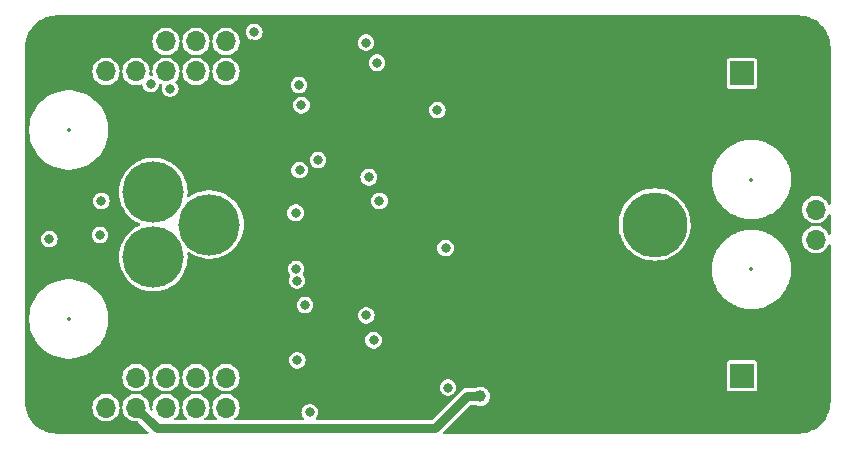
<source format=gbr>
%TF.GenerationSoftware,KiCad,Pcbnew,8.0.1*%
%TF.CreationDate,2024-08-04T15:08:53+01:00*%
%TF.ProjectId,driver_module,64726976-6572-45f6-9d6f-64756c652e6b,1*%
%TF.SameCoordinates,Original*%
%TF.FileFunction,Copper,L2,Inr*%
%TF.FilePolarity,Positive*%
%FSLAX46Y46*%
G04 Gerber Fmt 4.6, Leading zero omitted, Abs format (unit mm)*
G04 Created by KiCad (PCBNEW 8.0.1) date 2024-08-04 15:08:53*
%MOMM*%
%LPD*%
G01*
G04 APERTURE LIST*
%TA.AperFunction,ComponentPad*%
%ADD10R,2.000000X2.000000*%
%TD*%
%TA.AperFunction,ComponentPad*%
%ADD11C,2.000000*%
%TD*%
%TA.AperFunction,ComponentPad*%
%ADD12C,5.500000*%
%TD*%
%TA.AperFunction,ComponentPad*%
%ADD13C,5.200000*%
%TD*%
%TA.AperFunction,ComponentPad*%
%ADD14R,1.700000X1.700000*%
%TD*%
%TA.AperFunction,ComponentPad*%
%ADD15O,1.700000X1.700000*%
%TD*%
%TA.AperFunction,ComponentPad*%
%ADD16C,0.700000*%
%TD*%
%TA.AperFunction,ViaPad*%
%ADD17C,0.700000*%
%TD*%
%TA.AperFunction,ViaPad*%
%ADD18C,0.800000*%
%TD*%
%TA.AperFunction,ViaPad*%
%ADD19C,1.000000*%
%TD*%
%TA.AperFunction,Conductor*%
%ADD20C,0.800000*%
%TD*%
%ADD21C,0.300000*%
%ADD22C,0.350000*%
G04 APERTURE END LIST*
D10*
%TO.N,VMOT*%
%TO.C,C6*%
X174500000Y-87200000D03*
D11*
%TO.N,GND*%
X179500000Y-87200000D03*
%TD*%
D12*
%TO.N,GND*%
%TO.C,J21*%
X159900000Y-100000000D03*
%TO.N,VMOT*%
X167100000Y-100000000D03*
%TD*%
D13*
%TO.N,/C_N*%
%TO.C,J19*%
X124650000Y-97250000D03*
%TO.N,/A_N*%
X124650000Y-102750000D03*
%TO.N,/B_N*%
X129410000Y-100000000D03*
%TD*%
D10*
%TO.N,VMOT*%
%TO.C,C3*%
X174500000Y-112800000D03*
D11*
%TO.N,GND*%
X179500000Y-112800000D03*
%TD*%
D14*
%TO.N,GND*%
%TO.C,J6*%
X180750000Y-93650000D03*
D15*
X180750000Y-96190000D03*
%TO.N,VMOT*%
X180750000Y-98730000D03*
X180750000Y-101270000D03*
%TO.N,GND*%
X180750000Y-103810000D03*
X180750000Y-106350000D03*
%TD*%
D14*
%TO.N,GND*%
%TO.C,J4*%
X120650000Y-112960000D03*
D15*
%TO.N,VMOT*%
X120650000Y-115500000D03*
%TO.N,/A_P*%
X123190000Y-112960000D03*
%TO.N,VMOT*%
X123190000Y-115500000D03*
%TO.N,/B_P*%
X125730000Y-112960000D03*
%TO.N,A_PWM_H*%
X125730000Y-115500000D03*
%TO.N,B_PWM_L\u005C*%
X128270000Y-112960000D03*
%TO.N,A_PWM_L\u005C*%
X128270000Y-115500000D03*
%TO.N,A_SENSE*%
X130810000Y-112960000D03*
%TO.N,B_PWM_H*%
X130810000Y-115500000D03*
%TD*%
D14*
%TO.N,GND*%
%TO.C,J5*%
X120650000Y-84500000D03*
D15*
%TO.N,/TH1_SENSE*%
X120650000Y-87040000D03*
%TO.N,GND*%
X123190000Y-84500000D03*
%TO.N,B_SENSE*%
X123190000Y-87040000D03*
%TO.N,+12V*%
X125730000Y-84500000D03*
%TO.N,C_PWM_L\u005C*%
X125730000Y-87040000D03*
%TO.N,+3V3*%
X128270000Y-84500000D03*
%TO.N,C_PWM_H*%
X128270000Y-87040000D03*
%TO.N,C_SENSE*%
X130810000Y-84500000D03*
%TO.N,/C_P*%
X130810000Y-87040000D03*
%TD*%
D16*
%TO.N,GND*%
%TO.C,U3*%
X116875002Y-98275001D03*
X116875002Y-99375001D03*
X116875002Y-100475001D03*
X117975000Y-98275001D03*
X117975000Y-99375001D03*
X117975000Y-100475001D03*
%TD*%
D17*
%TO.N,GND*%
X146000000Y-106000000D03*
X141300000Y-106600000D03*
D18*
X122288110Y-91215124D03*
D17*
X140700000Y-106600000D03*
X143200000Y-94500000D03*
X146499999Y-83850000D03*
X149600000Y-95700000D03*
D18*
X140000000Y-114250000D03*
D17*
X146840050Y-107233733D03*
X148899999Y-83850000D03*
X147700000Y-83850000D03*
D18*
X140034952Y-115350000D03*
D17*
X145299999Y-83250000D03*
D18*
X136041567Y-103026795D03*
D17*
X144440050Y-106633733D03*
D18*
X144050000Y-114825000D03*
D17*
X149240050Y-107233733D03*
X143100000Y-106600000D03*
X145040050Y-106633733D03*
X143900000Y-94500000D03*
X148700000Y-95100000D03*
X145100000Y-94500000D03*
X149300000Y-94500000D03*
X146900000Y-95100000D03*
D18*
X139500000Y-101336397D03*
D17*
X145000001Y-82650000D03*
D18*
X145576402Y-114596591D03*
X144842908Y-114919950D03*
D17*
X145100000Y-108000000D03*
X144500000Y-94500000D03*
X146300000Y-94500000D03*
X146900000Y-94500000D03*
X149840050Y-107333733D03*
X144400000Y-82650000D03*
X145299999Y-83850000D03*
X149900000Y-95100000D03*
D18*
X115000000Y-116000000D03*
D17*
X144440050Y-107233733D03*
X149100000Y-108000000D03*
X144699999Y-83250000D03*
D18*
X117200000Y-114200000D03*
D17*
X149000000Y-96300000D03*
X141900000Y-106600000D03*
X148700000Y-94500000D03*
D18*
X139535554Y-112654671D03*
D17*
X149854003Y-108000000D03*
X150500000Y-108000000D03*
X143840050Y-106633733D03*
X149200001Y-82650000D03*
X148400000Y-95700000D03*
X146400000Y-108000000D03*
X140100000Y-106600000D03*
X147099999Y-83250000D03*
X149000000Y-95700000D03*
X145600001Y-82650000D03*
D18*
X125465821Y-89913990D03*
D17*
X147440050Y-107233733D03*
X149240050Y-106633733D03*
X149000000Y-106000000D03*
X145700000Y-95100000D03*
D18*
X133000000Y-84700000D03*
D17*
X147962062Y-82650000D03*
X144699999Y-83850000D03*
X145040050Y-107233733D03*
D18*
X138100000Y-85550000D03*
D17*
X147099999Y-83850000D03*
X149499999Y-83850000D03*
X150600000Y-82650000D03*
X146600000Y-106000000D03*
X143800000Y-82650000D03*
X145100000Y-95100000D03*
X144500000Y-95100000D03*
D18*
X137549998Y-107900000D03*
D17*
X147200000Y-106000000D03*
X148299999Y-83250000D03*
X142500000Y-106600000D03*
D18*
X139254000Y-89463993D03*
D17*
X148640050Y-107233733D03*
D18*
X117722373Y-102755047D03*
D17*
X148640050Y-106633733D03*
X145259950Y-95966267D03*
X147699998Y-83249999D03*
X149300000Y-95100000D03*
X146200000Y-82650000D03*
X145640050Y-106633733D03*
X146840050Y-106633733D03*
X148299999Y-83850000D03*
X145700000Y-94500000D03*
X145899999Y-83850000D03*
X139500000Y-106600000D03*
X146559950Y-95966268D03*
D18*
X138700000Y-106600000D03*
D17*
X145400000Y-106000000D03*
X145899999Y-83250000D03*
X143100000Y-82650000D03*
D18*
X133500000Y-115196000D03*
X134544095Y-115196000D03*
X139090049Y-90400000D03*
D17*
X145640050Y-107233733D03*
X147500000Y-94500000D03*
X149499999Y-83250000D03*
D18*
X139500000Y-107600000D03*
D17*
X150500000Y-95100000D03*
D18*
X139500000Y-102200000D03*
D17*
X147500000Y-95100000D03*
D18*
X136017500Y-92480255D03*
X150524667Y-117015249D03*
X140040050Y-104400000D03*
D17*
X147440050Y-106633733D03*
X142500000Y-82650000D03*
X146240050Y-106633733D03*
D18*
X139854712Y-90893926D03*
D17*
X148606230Y-82650000D03*
X139380000Y-96250102D03*
X147362688Y-82650000D03*
X148040050Y-106633733D03*
X146300000Y-95100000D03*
X148899999Y-83250000D03*
X148040050Y-107233733D03*
X150440050Y-107333733D03*
X148400000Y-96300000D03*
D18*
X122150000Y-89749998D03*
D17*
X148100000Y-95100000D03*
X147800000Y-106000000D03*
D18*
X139300000Y-113600000D03*
D17*
X146240050Y-107233733D03*
D18*
X123400000Y-108800000D03*
X140040050Y-102900000D03*
X136805000Y-100900000D03*
D17*
X146800001Y-82650000D03*
X144800000Y-106000000D03*
X146499999Y-83250000D03*
X148100000Y-94500000D03*
X149900000Y-82650000D03*
D18*
X134700002Y-92496000D03*
D17*
X148400000Y-106000000D03*
D18*
%TO.N,+3V3*%
X124430000Y-88100012D03*
X137034999Y-95400000D03*
X137500000Y-106818535D03*
X136821434Y-104744229D03*
X133200000Y-83700000D03*
%TO.N,/A_P*%
X137900000Y-115900000D03*
X143300000Y-109800000D03*
%TO.N,VMOT*%
X120150000Y-100900000D03*
D19*
X152350000Y-114550000D03*
D18*
X120250000Y-98000000D03*
%TO.N,/2AGH*%
X149600000Y-113800000D03*
%TO.N,/2AGL*%
X142689500Y-107696598D03*
%TO.N,/2BGH*%
X149400000Y-102000000D03*
%TO.N,/2BGL*%
X142900000Y-96000000D03*
%TO.N,/2CGL*%
X142664951Y-84600000D03*
%TO.N,/B_P*%
X143800000Y-98000000D03*
X136734258Y-103748034D03*
%TO.N,/2CGH*%
X148700000Y-90317490D03*
%TO.N,/C_P*%
X137200000Y-89900000D03*
X143600012Y-86300000D03*
%TO.N,/B_N*%
X136700000Y-99000000D03*
%TO.N,/C_N*%
X137000000Y-88200000D03*
%TO.N,/A_N*%
X136850000Y-111500000D03*
%TO.N,/TH1_SENSE*%
X138600000Y-94550000D03*
X126085936Y-88499742D03*
%TO.N,+12V*%
X115857500Y-101242500D03*
%TD*%
D20*
%TO.N,VMOT*%
X151200000Y-114550000D02*
X148500000Y-117250000D01*
X124940000Y-117250000D02*
X123190000Y-115500000D01*
X152350000Y-114550000D02*
X151200000Y-114550000D01*
X148500000Y-117250000D02*
X124940000Y-117250000D01*
%TD*%
%TA.AperFunction,Conductor*%
%TO.N,GND*%
G36*
X179302777Y-82300655D02*
G01*
X179596701Y-82317162D01*
X179607724Y-82318404D01*
X179895224Y-82367252D01*
X179906018Y-82369715D01*
X180186251Y-82450449D01*
X180196722Y-82454113D01*
X180466134Y-82565708D01*
X180476136Y-82570525D01*
X180731354Y-82711578D01*
X180740755Y-82717485D01*
X180978575Y-82886228D01*
X180987254Y-82893149D01*
X181017388Y-82920078D01*
X181204697Y-83087467D01*
X181212532Y-83095302D01*
X181306053Y-83199952D01*
X181406850Y-83312745D01*
X181413771Y-83321424D01*
X181582514Y-83559244D01*
X181588421Y-83568645D01*
X181729474Y-83823863D01*
X181734291Y-83833865D01*
X181845884Y-84103273D01*
X181849551Y-84113752D01*
X181930280Y-84393966D01*
X181932750Y-84404790D01*
X181981594Y-84692270D01*
X181982837Y-84703302D01*
X181999344Y-84997222D01*
X181999500Y-85002773D01*
X181999500Y-98237302D01*
X181980593Y-98295493D01*
X181931093Y-98331457D01*
X181869907Y-98331457D01*
X181820407Y-98295493D01*
X181811879Y-98281430D01*
X181755831Y-98168870D01*
X181732366Y-98121745D01*
X181603872Y-97951593D01*
X181532655Y-97886670D01*
X181446307Y-97807952D01*
X181446300Y-97807946D01*
X181265024Y-97695705D01*
X181265019Y-97695702D01*
X181158041Y-97654259D01*
X181066198Y-97618679D01*
X181066197Y-97618678D01*
X181066195Y-97618678D01*
X180856610Y-97579500D01*
X180643390Y-97579500D01*
X180433804Y-97618678D01*
X180234980Y-97695702D01*
X180234975Y-97695705D01*
X180053699Y-97807946D01*
X180053692Y-97807952D01*
X179896135Y-97951586D01*
X179896131Y-97951589D01*
X179896128Y-97951593D01*
X179896125Y-97951597D01*
X179767635Y-98121743D01*
X179767630Y-98121752D01*
X179672596Y-98312608D01*
X179614244Y-98517688D01*
X179594571Y-98730000D01*
X179614244Y-98942310D01*
X179672595Y-99147389D01*
X179767634Y-99338255D01*
X179896128Y-99508407D01*
X179896135Y-99508413D01*
X180053692Y-99652047D01*
X180053699Y-99652053D01*
X180131942Y-99700499D01*
X180234981Y-99764298D01*
X180433802Y-99841321D01*
X180643390Y-99880500D01*
X180856610Y-99880500D01*
X181066198Y-99841321D01*
X181265019Y-99764298D01*
X181446302Y-99652052D01*
X181603872Y-99508407D01*
X181732366Y-99338255D01*
X181811879Y-99178568D01*
X181854741Y-99134907D01*
X181915082Y-99124777D01*
X181969853Y-99152049D01*
X181998134Y-99206307D01*
X181999500Y-99222697D01*
X181999500Y-100777302D01*
X181980593Y-100835493D01*
X181931093Y-100871457D01*
X181869907Y-100871457D01*
X181820407Y-100835493D01*
X181811879Y-100821430D01*
X181741385Y-100679858D01*
X181732366Y-100661745D01*
X181603872Y-100491593D01*
X181481896Y-100380396D01*
X181446307Y-100347952D01*
X181446300Y-100347946D01*
X181265024Y-100235705D01*
X181265019Y-100235702D01*
X181066195Y-100158678D01*
X180856610Y-100119500D01*
X180643390Y-100119500D01*
X180433804Y-100158678D01*
X180234980Y-100235702D01*
X180234975Y-100235705D01*
X180053699Y-100347946D01*
X180053692Y-100347952D01*
X179896135Y-100491586D01*
X179896131Y-100491589D01*
X179896128Y-100491593D01*
X179896125Y-100491597D01*
X179767635Y-100661743D01*
X179767630Y-100661752D01*
X179672596Y-100852608D01*
X179614244Y-101057688D01*
X179594571Y-101270000D01*
X179614244Y-101482311D01*
X179636289Y-101559790D01*
X179672595Y-101687389D01*
X179767634Y-101878255D01*
X179896128Y-102048407D01*
X179966734Y-102112773D01*
X180053692Y-102192047D01*
X180053699Y-102192053D01*
X180157389Y-102256255D01*
X180234981Y-102304298D01*
X180433802Y-102381321D01*
X180643390Y-102420500D01*
X180856610Y-102420500D01*
X181066198Y-102381321D01*
X181265019Y-102304298D01*
X181446302Y-102192052D01*
X181603872Y-102048407D01*
X181732366Y-101878255D01*
X181811879Y-101718568D01*
X181854741Y-101674907D01*
X181915082Y-101664777D01*
X181969853Y-101692049D01*
X181998134Y-101746307D01*
X181999500Y-101762697D01*
X181999500Y-114997226D01*
X181999344Y-115002777D01*
X181982837Y-115296697D01*
X181981594Y-115307729D01*
X181932750Y-115595209D01*
X181930280Y-115606033D01*
X181849551Y-115886247D01*
X181845884Y-115896726D01*
X181734291Y-116166134D01*
X181729474Y-116176136D01*
X181588421Y-116431354D01*
X181582514Y-116440755D01*
X181413771Y-116678575D01*
X181406850Y-116687254D01*
X181212540Y-116904689D01*
X181204689Y-116912540D01*
X180987254Y-117106850D01*
X180978575Y-117113771D01*
X180740755Y-117282514D01*
X180731354Y-117288421D01*
X180476136Y-117429474D01*
X180466134Y-117434291D01*
X180196726Y-117545884D01*
X180186247Y-117549551D01*
X179906033Y-117630280D01*
X179895209Y-117632750D01*
X179607729Y-117681594D01*
X179596697Y-117682837D01*
X179302778Y-117699344D01*
X179297227Y-117699500D01*
X149280165Y-117699500D01*
X149221974Y-117680593D01*
X149186010Y-117631093D01*
X149186010Y-117569907D01*
X149210161Y-117530496D01*
X151461161Y-115279496D01*
X151515678Y-115251719D01*
X151531165Y-115250500D01*
X151931709Y-115250500D01*
X151984381Y-115265675D01*
X152000474Y-115275787D01*
X152000475Y-115275787D01*
X152000478Y-115275789D01*
X152091757Y-115307729D01*
X152170738Y-115335366D01*
X152170742Y-115335367D01*
X152170745Y-115335368D01*
X152350000Y-115355565D01*
X152529255Y-115335368D01*
X152699522Y-115275789D01*
X152852262Y-115179816D01*
X152979816Y-115052262D01*
X153075789Y-114899522D01*
X153135368Y-114729255D01*
X153155565Y-114550000D01*
X153135368Y-114370745D01*
X153075789Y-114200478D01*
X153030203Y-114127929D01*
X152979818Y-114047741D01*
X152979817Y-114047740D01*
X152979816Y-114047738D01*
X152852262Y-113920184D01*
X152852259Y-113920182D01*
X152852258Y-113920181D01*
X152732386Y-113844860D01*
X173199500Y-113844860D01*
X173199501Y-113844863D01*
X173202414Y-113869990D01*
X173224576Y-113920181D01*
X173247794Y-113972765D01*
X173327235Y-114052206D01*
X173430009Y-114097585D01*
X173455135Y-114100500D01*
X175544864Y-114100499D01*
X175569991Y-114097585D01*
X175672765Y-114052206D01*
X175752206Y-113972765D01*
X175797585Y-113869991D01*
X175800500Y-113844865D01*
X175800499Y-111755136D01*
X175797585Y-111730009D01*
X175752206Y-111627235D01*
X175672765Y-111547794D01*
X175569991Y-111502415D01*
X175569990Y-111502414D01*
X175569988Y-111502414D01*
X175544868Y-111499500D01*
X173455139Y-111499500D01*
X173455136Y-111499501D01*
X173430009Y-111502414D01*
X173327235Y-111547794D01*
X173247794Y-111627235D01*
X173202414Y-111730011D01*
X173199500Y-111755130D01*
X173199500Y-113844860D01*
X152732386Y-113844860D01*
X152699523Y-113824211D01*
X152529261Y-113764633D01*
X152529257Y-113764632D01*
X152350000Y-113744435D01*
X152170742Y-113764632D01*
X152170738Y-113764633D01*
X152000477Y-113824211D01*
X152000474Y-113824212D01*
X151984381Y-113834325D01*
X151931709Y-113849500D01*
X151131003Y-113849500D01*
X150995672Y-113876420D01*
X150995670Y-113876420D01*
X150868191Y-113929223D01*
X150753460Y-114005883D01*
X148238839Y-116520504D01*
X148184322Y-116548281D01*
X148168835Y-116549500D01*
X138484273Y-116549500D01*
X138426082Y-116530593D01*
X138390118Y-116481093D01*
X138390118Y-116419907D01*
X138418625Y-116376397D01*
X138428177Y-116367934D01*
X138428183Y-116367929D01*
X138524818Y-116227930D01*
X138585140Y-116068872D01*
X138605645Y-115900000D01*
X138605247Y-115896726D01*
X138600230Y-115855404D01*
X138585140Y-115731128D01*
X138524818Y-115572070D01*
X138428183Y-115432071D01*
X138300852Y-115319266D01*
X138150225Y-115240210D01*
X138150224Y-115240209D01*
X138150223Y-115240209D01*
X137985058Y-115199500D01*
X137985056Y-115199500D01*
X137814944Y-115199500D01*
X137814941Y-115199500D01*
X137649776Y-115240209D01*
X137499146Y-115319267D01*
X137371818Y-115432069D01*
X137371816Y-115432072D01*
X137275182Y-115572070D01*
X137214860Y-115731128D01*
X137208025Y-115787418D01*
X137194753Y-115896726D01*
X137194355Y-115900000D01*
X137214860Y-116068872D01*
X137275182Y-116227930D01*
X137371817Y-116367929D01*
X137371819Y-116367931D01*
X137371822Y-116367934D01*
X137381375Y-116376397D01*
X137412394Y-116429136D01*
X137406490Y-116490036D01*
X137365917Y-116535835D01*
X137315727Y-116549500D01*
X131622046Y-116549500D01*
X131563855Y-116530593D01*
X131527891Y-116481093D01*
X131527891Y-116419907D01*
X131555349Y-116377339D01*
X131663872Y-116278407D01*
X131792366Y-116108255D01*
X131887405Y-115917389D01*
X131945756Y-115712310D01*
X131965429Y-115500000D01*
X131945756Y-115287690D01*
X131887405Y-115082611D01*
X131792366Y-114891745D01*
X131663872Y-114721593D01*
X131609623Y-114672139D01*
X131506307Y-114577952D01*
X131506300Y-114577946D01*
X131325024Y-114465705D01*
X131325019Y-114465702D01*
X131126195Y-114388678D01*
X130916610Y-114349500D01*
X130703390Y-114349500D01*
X130493804Y-114388678D01*
X130294980Y-114465702D01*
X130294975Y-114465705D01*
X130113699Y-114577946D01*
X130113692Y-114577952D01*
X129956135Y-114721586D01*
X129956131Y-114721589D01*
X129956128Y-114721593D01*
X129956125Y-114721597D01*
X129827635Y-114891743D01*
X129827630Y-114891752D01*
X129732596Y-115082608D01*
X129674244Y-115287688D01*
X129654571Y-115500000D01*
X129674244Y-115712311D01*
X129682197Y-115740262D01*
X129732595Y-115917389D01*
X129827634Y-116108255D01*
X129956128Y-116278407D01*
X130064650Y-116377339D01*
X130094916Y-116430514D01*
X130088145Y-116491324D01*
X130046924Y-116536540D01*
X129997954Y-116549500D01*
X129082046Y-116549500D01*
X129023855Y-116530593D01*
X128987891Y-116481093D01*
X128987891Y-116419907D01*
X129015349Y-116377339D01*
X129123872Y-116278407D01*
X129252366Y-116108255D01*
X129347405Y-115917389D01*
X129405756Y-115712310D01*
X129425429Y-115500000D01*
X129405756Y-115287690D01*
X129347405Y-115082611D01*
X129252366Y-114891745D01*
X129123872Y-114721593D01*
X129069623Y-114672139D01*
X128966307Y-114577952D01*
X128966300Y-114577946D01*
X128785024Y-114465705D01*
X128785019Y-114465702D01*
X128586195Y-114388678D01*
X128376610Y-114349500D01*
X128163390Y-114349500D01*
X127953804Y-114388678D01*
X127754980Y-114465702D01*
X127754975Y-114465705D01*
X127573699Y-114577946D01*
X127573692Y-114577952D01*
X127416135Y-114721586D01*
X127416131Y-114721589D01*
X127416128Y-114721593D01*
X127416125Y-114721597D01*
X127287635Y-114891743D01*
X127287630Y-114891752D01*
X127192596Y-115082608D01*
X127134244Y-115287688D01*
X127114571Y-115500000D01*
X127134244Y-115712311D01*
X127142197Y-115740262D01*
X127192595Y-115917389D01*
X127287634Y-116108255D01*
X127416128Y-116278407D01*
X127524650Y-116377339D01*
X127554916Y-116430514D01*
X127548145Y-116491324D01*
X127506924Y-116536540D01*
X127457954Y-116549500D01*
X126542046Y-116549500D01*
X126483855Y-116530593D01*
X126447891Y-116481093D01*
X126447891Y-116419907D01*
X126475349Y-116377339D01*
X126583872Y-116278407D01*
X126712366Y-116108255D01*
X126807405Y-115917389D01*
X126865756Y-115712310D01*
X126885429Y-115500000D01*
X126865756Y-115287690D01*
X126807405Y-115082611D01*
X126712366Y-114891745D01*
X126583872Y-114721593D01*
X126529623Y-114672139D01*
X126426307Y-114577952D01*
X126426300Y-114577946D01*
X126245024Y-114465705D01*
X126245019Y-114465702D01*
X126046195Y-114388678D01*
X125836610Y-114349500D01*
X125623390Y-114349500D01*
X125413804Y-114388678D01*
X125214980Y-114465702D01*
X125214975Y-114465705D01*
X125033699Y-114577946D01*
X125033692Y-114577952D01*
X124876135Y-114721586D01*
X124876131Y-114721589D01*
X124876128Y-114721593D01*
X124876125Y-114721597D01*
X124747635Y-114891743D01*
X124747630Y-114891752D01*
X124652596Y-115082608D01*
X124594244Y-115287688D01*
X124574571Y-115500000D01*
X124589501Y-115661124D01*
X124576043Y-115720811D01*
X124530072Y-115761188D01*
X124469148Y-115766834D01*
X124420919Y-115740262D01*
X124364317Y-115683660D01*
X124336540Y-115629143D01*
X124335743Y-115604521D01*
X124338750Y-115572070D01*
X124345429Y-115500000D01*
X124325756Y-115287690D01*
X124267405Y-115082611D01*
X124172366Y-114891745D01*
X124043872Y-114721593D01*
X123989623Y-114672139D01*
X123886307Y-114577952D01*
X123886300Y-114577946D01*
X123705024Y-114465705D01*
X123705019Y-114465702D01*
X123506195Y-114388678D01*
X123296610Y-114349500D01*
X123083390Y-114349500D01*
X122873804Y-114388678D01*
X122674980Y-114465702D01*
X122674975Y-114465705D01*
X122493699Y-114577946D01*
X122493692Y-114577952D01*
X122336135Y-114721586D01*
X122336131Y-114721589D01*
X122336128Y-114721593D01*
X122336125Y-114721597D01*
X122207635Y-114891743D01*
X122207630Y-114891752D01*
X122112596Y-115082608D01*
X122054244Y-115287688D01*
X122034571Y-115500000D01*
X122054244Y-115712311D01*
X122062197Y-115740262D01*
X122112595Y-115917389D01*
X122207634Y-116108255D01*
X122336128Y-116278407D01*
X122336135Y-116278413D01*
X122493692Y-116422047D01*
X122493699Y-116422053D01*
X122523904Y-116440755D01*
X122674981Y-116534298D01*
X122873802Y-116611321D01*
X123083390Y-116650500D01*
X123296608Y-116650500D01*
X123296610Y-116650500D01*
X123296611Y-116650499D01*
X123299045Y-116650274D01*
X123300048Y-116650500D01*
X123301187Y-116650500D01*
X123301187Y-116650756D01*
X123358733Y-116663728D01*
X123378190Y-116678847D01*
X124229839Y-117530496D01*
X124257616Y-117585013D01*
X124248045Y-117645445D01*
X124204780Y-117688710D01*
X124159835Y-117699500D01*
X116502773Y-117699500D01*
X116497222Y-117699344D01*
X116203302Y-117682837D01*
X116192270Y-117681594D01*
X115904790Y-117632750D01*
X115893966Y-117630280D01*
X115613752Y-117549551D01*
X115603273Y-117545884D01*
X115333865Y-117434291D01*
X115323863Y-117429474D01*
X115068645Y-117288421D01*
X115059244Y-117282514D01*
X114821424Y-117113771D01*
X114812745Y-117106850D01*
X114711695Y-117016547D01*
X114595302Y-116912532D01*
X114587467Y-116904697D01*
X114469745Y-116772966D01*
X114393149Y-116687254D01*
X114386228Y-116678575D01*
X114217485Y-116440755D01*
X114211578Y-116431354D01*
X114176524Y-116367929D01*
X114070525Y-116176136D01*
X114065708Y-116166134D01*
X113955471Y-115900000D01*
X113954113Y-115896722D01*
X113950448Y-115886247D01*
X113869715Y-115606018D01*
X113867252Y-115595224D01*
X113851073Y-115500000D01*
X119494571Y-115500000D01*
X119514244Y-115712311D01*
X119522197Y-115740262D01*
X119572595Y-115917389D01*
X119667634Y-116108255D01*
X119796128Y-116278407D01*
X119796135Y-116278413D01*
X119953692Y-116422047D01*
X119953699Y-116422053D01*
X119983904Y-116440755D01*
X120134981Y-116534298D01*
X120333802Y-116611321D01*
X120543390Y-116650500D01*
X120756610Y-116650500D01*
X120966198Y-116611321D01*
X121165019Y-116534298D01*
X121346302Y-116422052D01*
X121503872Y-116278407D01*
X121632366Y-116108255D01*
X121727405Y-115917389D01*
X121785756Y-115712310D01*
X121805429Y-115500000D01*
X121785756Y-115287690D01*
X121727405Y-115082611D01*
X121632366Y-114891745D01*
X121503872Y-114721593D01*
X121449623Y-114672139D01*
X121346307Y-114577952D01*
X121346300Y-114577946D01*
X121165024Y-114465705D01*
X121165019Y-114465702D01*
X120966195Y-114388678D01*
X120756610Y-114349500D01*
X120543390Y-114349500D01*
X120333804Y-114388678D01*
X120134980Y-114465702D01*
X120134975Y-114465705D01*
X119953699Y-114577946D01*
X119953692Y-114577952D01*
X119796135Y-114721586D01*
X119796131Y-114721589D01*
X119796128Y-114721593D01*
X119796125Y-114721597D01*
X119667635Y-114891743D01*
X119667630Y-114891752D01*
X119572596Y-115082608D01*
X119514244Y-115287688D01*
X119494571Y-115500000D01*
X113851073Y-115500000D01*
X113818404Y-115307724D01*
X113817162Y-115296697D01*
X113800656Y-115002777D01*
X113800500Y-114997226D01*
X113800500Y-112960000D01*
X122034571Y-112960000D01*
X122051269Y-113140210D01*
X122054244Y-113172310D01*
X122112595Y-113377389D01*
X122207634Y-113568255D01*
X122336128Y-113738407D01*
X122403690Y-113799998D01*
X122493692Y-113882047D01*
X122493699Y-113882053D01*
X122569885Y-113929225D01*
X122674981Y-113994298D01*
X122873802Y-114071321D01*
X123083390Y-114110500D01*
X123296610Y-114110500D01*
X123506198Y-114071321D01*
X123705019Y-113994298D01*
X123886302Y-113882052D01*
X124043872Y-113738407D01*
X124172366Y-113568255D01*
X124267405Y-113377389D01*
X124325756Y-113172310D01*
X124345429Y-112960000D01*
X124574571Y-112960000D01*
X124591269Y-113140210D01*
X124594244Y-113172310D01*
X124652595Y-113377389D01*
X124747634Y-113568255D01*
X124876128Y-113738407D01*
X124943690Y-113799998D01*
X125033692Y-113882047D01*
X125033699Y-113882053D01*
X125109885Y-113929225D01*
X125214981Y-113994298D01*
X125413802Y-114071321D01*
X125623390Y-114110500D01*
X125836610Y-114110500D01*
X126046198Y-114071321D01*
X126245019Y-113994298D01*
X126426302Y-113882052D01*
X126583872Y-113738407D01*
X126712366Y-113568255D01*
X126807405Y-113377389D01*
X126865756Y-113172310D01*
X126885429Y-112960000D01*
X127114571Y-112960000D01*
X127131269Y-113140210D01*
X127134244Y-113172310D01*
X127192595Y-113377389D01*
X127287634Y-113568255D01*
X127416128Y-113738407D01*
X127483690Y-113799998D01*
X127573692Y-113882047D01*
X127573699Y-113882053D01*
X127649885Y-113929225D01*
X127754981Y-113994298D01*
X127953802Y-114071321D01*
X128163390Y-114110500D01*
X128376610Y-114110500D01*
X128586198Y-114071321D01*
X128785019Y-113994298D01*
X128966302Y-113882052D01*
X129123872Y-113738407D01*
X129252366Y-113568255D01*
X129347405Y-113377389D01*
X129405756Y-113172310D01*
X129425429Y-112960000D01*
X129654571Y-112960000D01*
X129671269Y-113140210D01*
X129674244Y-113172310D01*
X129732595Y-113377389D01*
X129827634Y-113568255D01*
X129956128Y-113738407D01*
X130023690Y-113799998D01*
X130113692Y-113882047D01*
X130113699Y-113882053D01*
X130189885Y-113929225D01*
X130294981Y-113994298D01*
X130493802Y-114071321D01*
X130703390Y-114110500D01*
X130916610Y-114110500D01*
X131126198Y-114071321D01*
X131325019Y-113994298D01*
X131506302Y-113882052D01*
X131596308Y-113800000D01*
X148894355Y-113800000D01*
X148914860Y-113968872D01*
X148975182Y-114127930D01*
X149071817Y-114267929D01*
X149199148Y-114380734D01*
X149349775Y-114459790D01*
X149514944Y-114500500D01*
X149514947Y-114500500D01*
X149685053Y-114500500D01*
X149685056Y-114500500D01*
X149850225Y-114459790D01*
X150000852Y-114380734D01*
X150128183Y-114267929D01*
X150224818Y-114127930D01*
X150285140Y-113968872D01*
X150305645Y-113800000D01*
X150285140Y-113631128D01*
X150224818Y-113472070D01*
X150128183Y-113332071D01*
X150000852Y-113219266D01*
X149850225Y-113140210D01*
X149850224Y-113140209D01*
X149850223Y-113140209D01*
X149685058Y-113099500D01*
X149685056Y-113099500D01*
X149514944Y-113099500D01*
X149514941Y-113099500D01*
X149349776Y-113140209D01*
X149199146Y-113219267D01*
X149071818Y-113332069D01*
X149071816Y-113332072D01*
X148975182Y-113472070D01*
X148938705Y-113568255D01*
X148914860Y-113631129D01*
X148898650Y-113764632D01*
X148894355Y-113800000D01*
X131596308Y-113800000D01*
X131663872Y-113738407D01*
X131792366Y-113568255D01*
X131887405Y-113377389D01*
X131945756Y-113172310D01*
X131965429Y-112960000D01*
X131945756Y-112747690D01*
X131887405Y-112542611D01*
X131792366Y-112351745D01*
X131663872Y-112181593D01*
X131553236Y-112080734D01*
X131506307Y-112037952D01*
X131506300Y-112037946D01*
X131325024Y-111925705D01*
X131325019Y-111925702D01*
X131126195Y-111848678D01*
X130916610Y-111809500D01*
X130703390Y-111809500D01*
X130493804Y-111848678D01*
X130294980Y-111925702D01*
X130294975Y-111925705D01*
X130113699Y-112037946D01*
X130113692Y-112037952D01*
X129956135Y-112181586D01*
X129956131Y-112181589D01*
X129956128Y-112181593D01*
X129956125Y-112181597D01*
X129827635Y-112351743D01*
X129827630Y-112351752D01*
X129732596Y-112542608D01*
X129674244Y-112747688D01*
X129654571Y-112960000D01*
X129425429Y-112960000D01*
X129405756Y-112747690D01*
X129347405Y-112542611D01*
X129252366Y-112351745D01*
X129123872Y-112181593D01*
X129013236Y-112080734D01*
X128966307Y-112037952D01*
X128966300Y-112037946D01*
X128785024Y-111925705D01*
X128785019Y-111925702D01*
X128586195Y-111848678D01*
X128376610Y-111809500D01*
X128163390Y-111809500D01*
X127953804Y-111848678D01*
X127754980Y-111925702D01*
X127754975Y-111925705D01*
X127573699Y-112037946D01*
X127573692Y-112037952D01*
X127416135Y-112181586D01*
X127416131Y-112181589D01*
X127416128Y-112181593D01*
X127416125Y-112181597D01*
X127287635Y-112351743D01*
X127287630Y-112351752D01*
X127192596Y-112542608D01*
X127134244Y-112747688D01*
X127114571Y-112960000D01*
X126885429Y-112960000D01*
X126865756Y-112747690D01*
X126807405Y-112542611D01*
X126712366Y-112351745D01*
X126583872Y-112181593D01*
X126473236Y-112080734D01*
X126426307Y-112037952D01*
X126426300Y-112037946D01*
X126245024Y-111925705D01*
X126245019Y-111925702D01*
X126046195Y-111848678D01*
X125836610Y-111809500D01*
X125623390Y-111809500D01*
X125413804Y-111848678D01*
X125214980Y-111925702D01*
X125214975Y-111925705D01*
X125033699Y-112037946D01*
X125033692Y-112037952D01*
X124876135Y-112181586D01*
X124876131Y-112181589D01*
X124876128Y-112181593D01*
X124876125Y-112181597D01*
X124747635Y-112351743D01*
X124747630Y-112351752D01*
X124652596Y-112542608D01*
X124594244Y-112747688D01*
X124574571Y-112960000D01*
X124345429Y-112960000D01*
X124325756Y-112747690D01*
X124267405Y-112542611D01*
X124172366Y-112351745D01*
X124043872Y-112181593D01*
X123933236Y-112080734D01*
X123886307Y-112037952D01*
X123886300Y-112037946D01*
X123705024Y-111925705D01*
X123705019Y-111925702D01*
X123506195Y-111848678D01*
X123296610Y-111809500D01*
X123083390Y-111809500D01*
X122873804Y-111848678D01*
X122674980Y-111925702D01*
X122674975Y-111925705D01*
X122493699Y-112037946D01*
X122493692Y-112037952D01*
X122336135Y-112181586D01*
X122336131Y-112181589D01*
X122336128Y-112181593D01*
X122336125Y-112181597D01*
X122207635Y-112351743D01*
X122207630Y-112351752D01*
X122112596Y-112542608D01*
X122054244Y-112747688D01*
X122034571Y-112960000D01*
X113800500Y-112960000D01*
X113800500Y-111500000D01*
X136144355Y-111500000D01*
X136164860Y-111668872D01*
X136225182Y-111827930D01*
X136321817Y-111967929D01*
X136449148Y-112080734D01*
X136599775Y-112159790D01*
X136764944Y-112200500D01*
X136764947Y-112200500D01*
X136935053Y-112200500D01*
X136935056Y-112200500D01*
X137100225Y-112159790D01*
X137250852Y-112080734D01*
X137378183Y-111967929D01*
X137474818Y-111827930D01*
X137535140Y-111668872D01*
X137555645Y-111500000D01*
X137555584Y-111499501D01*
X137551994Y-111469938D01*
X137535140Y-111331128D01*
X137474818Y-111172070D01*
X137378183Y-111032071D01*
X137250852Y-110919266D01*
X137100225Y-110840210D01*
X137100224Y-110840209D01*
X137100223Y-110840209D01*
X136935058Y-110799500D01*
X136935056Y-110799500D01*
X136764944Y-110799500D01*
X136764941Y-110799500D01*
X136599776Y-110840209D01*
X136449146Y-110919267D01*
X136321818Y-111032069D01*
X136321817Y-111032071D01*
X136225182Y-111172070D01*
X136169751Y-111318233D01*
X136164860Y-111331129D01*
X136144416Y-111499501D01*
X136144355Y-111500000D01*
X113800500Y-111500000D01*
X113800500Y-108164607D01*
X114149500Y-108164607D01*
X114181766Y-108492209D01*
X114245990Y-108815087D01*
X114245993Y-108815100D01*
X114341548Y-109130102D01*
X114467527Y-109434242D01*
X114467540Y-109434269D01*
X114622711Y-109724576D01*
X114673109Y-109800001D01*
X114805607Y-109998298D01*
X115014449Y-110252772D01*
X115247228Y-110485551D01*
X115501702Y-110694393D01*
X115638561Y-110785839D01*
X115775423Y-110877288D01*
X116065004Y-111032071D01*
X116065749Y-111032469D01*
X116369889Y-111158448D01*
X116369891Y-111158448D01*
X116369897Y-111158451D01*
X116684899Y-111254006D01*
X116684902Y-111254006D01*
X116684913Y-111254010D01*
X117007787Y-111318233D01*
X117044188Y-111321818D01*
X117335392Y-111350500D01*
X117335400Y-111350500D01*
X117664608Y-111350500D01*
X117883008Y-111328988D01*
X117992213Y-111318233D01*
X118315087Y-111254010D01*
X118585206Y-111172070D01*
X118630102Y-111158451D01*
X118630104Y-111158449D01*
X118630111Y-111158448D01*
X118934251Y-111032469D01*
X119146040Y-110919266D01*
X119224576Y-110877288D01*
X119280067Y-110840210D01*
X119498298Y-110694393D01*
X119752772Y-110485551D01*
X119985551Y-110252772D01*
X120194393Y-109998298D01*
X120326891Y-109800000D01*
X142594355Y-109800000D01*
X142614860Y-109968872D01*
X142675182Y-110127930D01*
X142771817Y-110267929D01*
X142899148Y-110380734D01*
X143049775Y-110459790D01*
X143214944Y-110500500D01*
X143214947Y-110500500D01*
X143385053Y-110500500D01*
X143385056Y-110500500D01*
X143550225Y-110459790D01*
X143700852Y-110380734D01*
X143828183Y-110267929D01*
X143924818Y-110127930D01*
X143985140Y-109968872D01*
X144005645Y-109800000D01*
X143985140Y-109631128D01*
X143924818Y-109472070D01*
X143828183Y-109332071D01*
X143700852Y-109219266D01*
X143550225Y-109140210D01*
X143550224Y-109140209D01*
X143550223Y-109140209D01*
X143385058Y-109099500D01*
X143385056Y-109099500D01*
X143214944Y-109099500D01*
X143214941Y-109099500D01*
X143049776Y-109140209D01*
X142899146Y-109219267D01*
X142771818Y-109332069D01*
X142771817Y-109332071D01*
X142675182Y-109472070D01*
X142614860Y-109631128D01*
X142594355Y-109800000D01*
X120326891Y-109800000D01*
X120377286Y-109724579D01*
X120427237Y-109631128D01*
X120532459Y-109434269D01*
X120532469Y-109434251D01*
X120658448Y-109130111D01*
X120754010Y-108815087D01*
X120818233Y-108492213D01*
X120839397Y-108277330D01*
X120850500Y-108164607D01*
X120850500Y-107835392D01*
X120836830Y-107696598D01*
X141983855Y-107696598D01*
X142004360Y-107865470D01*
X142064682Y-108024528D01*
X142161317Y-108164527D01*
X142288648Y-108277332D01*
X142439275Y-108356388D01*
X142604444Y-108397098D01*
X142604447Y-108397098D01*
X142774553Y-108397098D01*
X142774556Y-108397098D01*
X142939725Y-108356388D01*
X143090352Y-108277332D01*
X143217683Y-108164527D01*
X143314318Y-108024528D01*
X143374640Y-107865470D01*
X143395145Y-107696598D01*
X143374640Y-107527726D01*
X143314318Y-107368668D01*
X143217683Y-107228669D01*
X143090352Y-107115864D01*
X142939725Y-107036808D01*
X142939724Y-107036807D01*
X142939723Y-107036807D01*
X142774558Y-106996098D01*
X142774556Y-106996098D01*
X142604444Y-106996098D01*
X142604441Y-106996098D01*
X142439276Y-107036807D01*
X142288646Y-107115865D01*
X142161318Y-107228667D01*
X142161317Y-107228669D01*
X142064682Y-107368668D01*
X142004360Y-107527726D01*
X141983855Y-107696598D01*
X120836830Y-107696598D01*
X120819341Y-107519035D01*
X120818233Y-107507787D01*
X120754010Y-107184913D01*
X120733783Y-107118233D01*
X120658451Y-106869897D01*
X120637177Y-106818535D01*
X136794355Y-106818535D01*
X136814860Y-106987407D01*
X136875182Y-107146465D01*
X136971817Y-107286464D01*
X137099148Y-107399269D01*
X137249775Y-107478325D01*
X137414944Y-107519035D01*
X137414947Y-107519035D01*
X137585053Y-107519035D01*
X137585056Y-107519035D01*
X137750225Y-107478325D01*
X137900852Y-107399269D01*
X138028183Y-107286464D01*
X138124818Y-107146465D01*
X138185140Y-106987407D01*
X138205645Y-106818535D01*
X138185140Y-106649663D01*
X138124818Y-106490605D01*
X138028183Y-106350606D01*
X137900852Y-106237801D01*
X137750225Y-106158745D01*
X137750224Y-106158744D01*
X137750223Y-106158744D01*
X137585058Y-106118035D01*
X137585056Y-106118035D01*
X137414944Y-106118035D01*
X137414941Y-106118035D01*
X137249776Y-106158744D01*
X137099146Y-106237802D01*
X136971818Y-106350604D01*
X136971817Y-106350606D01*
X136875182Y-106490605D01*
X136814860Y-106649663D01*
X136794355Y-106818535D01*
X120637177Y-106818535D01*
X120637176Y-106818533D01*
X120532469Y-106565749D01*
X120494329Y-106494393D01*
X120377288Y-106275423D01*
X120272124Y-106118035D01*
X120194393Y-106001702D01*
X119985551Y-105747228D01*
X119752772Y-105514449D01*
X119498298Y-105305607D01*
X119391493Y-105234242D01*
X119224576Y-105122711D01*
X118934269Y-104967540D01*
X118934257Y-104967534D01*
X118934251Y-104967531D01*
X118934246Y-104967528D01*
X118934242Y-104967527D01*
X118630102Y-104841548D01*
X118315100Y-104745993D01*
X118315087Y-104745990D01*
X118306224Y-104744227D01*
X117992213Y-104681767D01*
X117992211Y-104681766D01*
X117664608Y-104649500D01*
X117664600Y-104649500D01*
X117335400Y-104649500D01*
X117335392Y-104649500D01*
X117007790Y-104681766D01*
X116684912Y-104745990D01*
X116684899Y-104745993D01*
X116369897Y-104841548D01*
X116065757Y-104967527D01*
X116065730Y-104967540D01*
X115775423Y-105122711D01*
X115501700Y-105305608D01*
X115247233Y-105514444D01*
X115014444Y-105747233D01*
X114805608Y-106001700D01*
X114622711Y-106275423D01*
X114467540Y-106565730D01*
X114467527Y-106565757D01*
X114341548Y-106869897D01*
X114245993Y-107184899D01*
X114245990Y-107184912D01*
X114181766Y-107507790D01*
X114149500Y-107835392D01*
X114149500Y-108164607D01*
X113800500Y-108164607D01*
X113800500Y-102750000D01*
X121744584Y-102750000D01*
X121764229Y-103087300D01*
X121822899Y-103420032D01*
X121822899Y-103420033D01*
X121919800Y-103743705D01*
X121919802Y-103743712D01*
X121921667Y-103748035D01*
X122053625Y-104053948D01*
X122220083Y-104342261D01*
X122222559Y-104346550D01*
X122222561Y-104346553D01*
X122424324Y-104617568D01*
X122588930Y-104792039D01*
X122635639Y-104841548D01*
X122656189Y-104863329D01*
X122828731Y-105008109D01*
X122915006Y-105080502D01*
X123197292Y-105266164D01*
X123499224Y-105417800D01*
X123816717Y-105533358D01*
X123816720Y-105533358D01*
X123816721Y-105533359D01*
X124145469Y-105611274D01*
X124145474Y-105611274D01*
X124145480Y-105611276D01*
X124481065Y-105650500D01*
X124481068Y-105650500D01*
X124818932Y-105650500D01*
X124818935Y-105650500D01*
X125154520Y-105611276D01*
X125154526Y-105611274D01*
X125154530Y-105611274D01*
X125373695Y-105559330D01*
X125483283Y-105533358D01*
X125800776Y-105417800D01*
X126102708Y-105266164D01*
X126384994Y-105080502D01*
X126643817Y-104863323D01*
X126875678Y-104617565D01*
X127077440Y-104346552D01*
X127246375Y-104053948D01*
X127378333Y-103748034D01*
X136028613Y-103748034D01*
X136049118Y-103916906D01*
X136109440Y-104075964D01*
X136202581Y-104210901D01*
X136206076Y-104215964D01*
X136220364Y-104228622D01*
X136251383Y-104281361D01*
X136245479Y-104342261D01*
X136236192Y-104358963D01*
X136196615Y-104416299D01*
X136152880Y-104531622D01*
X136136294Y-104575357D01*
X136115789Y-104744229D01*
X136136294Y-104913101D01*
X136196616Y-105072159D01*
X136293251Y-105212158D01*
X136420582Y-105324963D01*
X136571209Y-105404019D01*
X136736378Y-105444729D01*
X136736381Y-105444729D01*
X136906487Y-105444729D01*
X136906490Y-105444729D01*
X137071659Y-105404019D01*
X137222286Y-105324963D01*
X137349617Y-105212158D01*
X137446252Y-105072159D01*
X137506574Y-104913101D01*
X137527079Y-104744229D01*
X137506574Y-104575357D01*
X137446252Y-104416299D01*
X137349617Y-104276300D01*
X137335327Y-104263640D01*
X137304308Y-104210901D01*
X137310212Y-104150001D01*
X137319497Y-104133302D01*
X137359076Y-104075964D01*
X137401308Y-103964607D01*
X171949500Y-103964607D01*
X171981766Y-104292209D01*
X172045990Y-104615087D01*
X172045993Y-104615100D01*
X172141548Y-104930102D01*
X172267527Y-105234242D01*
X172267540Y-105234269D01*
X172422711Y-105524576D01*
X172559883Y-105729868D01*
X172605607Y-105798298D01*
X172814449Y-106052772D01*
X173047228Y-106285551D01*
X173301702Y-106494393D01*
X173408494Y-106565749D01*
X173575423Y-106677288D01*
X173839676Y-106818533D01*
X173865749Y-106832469D01*
X174169889Y-106958448D01*
X174169891Y-106958448D01*
X174169897Y-106958451D01*
X174484899Y-107054006D01*
X174484902Y-107054006D01*
X174484913Y-107054010D01*
X174807787Y-107118233D01*
X174844188Y-107121818D01*
X175135392Y-107150500D01*
X175135400Y-107150500D01*
X175464608Y-107150500D01*
X175683008Y-107128988D01*
X175792213Y-107118233D01*
X176115087Y-107054010D01*
X176171797Y-107036807D01*
X176430102Y-106958451D01*
X176430104Y-106958449D01*
X176430111Y-106958448D01*
X176734251Y-106832469D01*
X176876120Y-106756638D01*
X177024576Y-106677288D01*
X177065918Y-106649664D01*
X177298298Y-106494393D01*
X177552772Y-106285551D01*
X177785551Y-106052772D01*
X177994393Y-105798298D01*
X178177286Y-105524579D01*
X178182704Y-105514444D01*
X178256638Y-105376120D01*
X178332469Y-105234251D01*
X178458448Y-104930111D01*
X178485314Y-104841548D01*
X178554006Y-104615100D01*
X178554005Y-104615100D01*
X178554010Y-104615087D01*
X178618233Y-104292213D01*
X178641700Y-104053948D01*
X178650500Y-103964607D01*
X178650500Y-103635392D01*
X178618233Y-103307790D01*
X178618233Y-103307787D01*
X178554010Y-102984913D01*
X178552126Y-102978702D01*
X178458451Y-102669897D01*
X178457583Y-102667800D01*
X178332469Y-102365749D01*
X178313628Y-102330499D01*
X178177288Y-102075423D01*
X178061604Y-101902290D01*
X177994393Y-101801702D01*
X177785551Y-101547228D01*
X177552772Y-101314449D01*
X177298298Y-101105607D01*
X177153868Y-101009102D01*
X177024576Y-100922711D01*
X176734269Y-100767540D01*
X176734257Y-100767534D01*
X176734251Y-100767531D01*
X176734246Y-100767528D01*
X176734242Y-100767527D01*
X176430102Y-100641548D01*
X176115100Y-100545993D01*
X176115087Y-100545990D01*
X176095028Y-100542000D01*
X175792213Y-100481767D01*
X175792211Y-100481766D01*
X175464608Y-100449500D01*
X175464600Y-100449500D01*
X175135400Y-100449500D01*
X175135392Y-100449500D01*
X174807790Y-100481766D01*
X174484912Y-100545990D01*
X174484899Y-100545993D01*
X174169897Y-100641548D01*
X173865757Y-100767527D01*
X173865730Y-100767540D01*
X173575423Y-100922711D01*
X173301700Y-101105608D01*
X173047233Y-101314444D01*
X172814444Y-101547233D01*
X172605608Y-101801700D01*
X172422711Y-102075423D01*
X172267540Y-102365730D01*
X172267527Y-102365757D01*
X172141548Y-102669897D01*
X172045993Y-102984899D01*
X172045990Y-102984912D01*
X171981766Y-103307790D01*
X171949500Y-103635392D01*
X171949500Y-103964607D01*
X137401308Y-103964607D01*
X137419398Y-103916906D01*
X137439903Y-103748034D01*
X137439377Y-103743705D01*
X137436252Y-103717972D01*
X137419398Y-103579162D01*
X137359076Y-103420104D01*
X137262441Y-103280105D01*
X137135110Y-103167300D01*
X136984483Y-103088244D01*
X136984482Y-103088243D01*
X136984481Y-103088243D01*
X136819316Y-103047534D01*
X136819314Y-103047534D01*
X136649202Y-103047534D01*
X136649199Y-103047534D01*
X136484034Y-103088243D01*
X136333404Y-103167301D01*
X136206076Y-103280103D01*
X136206074Y-103280106D01*
X136109440Y-103420104D01*
X136049118Y-103579163D01*
X136029139Y-103743705D01*
X136028613Y-103748034D01*
X127378333Y-103748034D01*
X127380198Y-103743711D01*
X127477100Y-103420035D01*
X127535771Y-103087298D01*
X127555416Y-102750000D01*
X127536708Y-102428790D01*
X127552199Y-102369603D01*
X127599524Y-102330822D01*
X127660606Y-102327264D01*
X127689941Y-102340325D01*
X127728609Y-102365757D01*
X127957292Y-102516164D01*
X128259224Y-102667800D01*
X128576717Y-102783358D01*
X128576720Y-102783358D01*
X128576721Y-102783359D01*
X128905469Y-102861274D01*
X128905474Y-102861274D01*
X128905480Y-102861276D01*
X129241065Y-102900500D01*
X129241068Y-102900500D01*
X129578932Y-102900500D01*
X129578935Y-102900500D01*
X129914520Y-102861276D01*
X129914526Y-102861274D01*
X129914530Y-102861274D01*
X130133695Y-102809330D01*
X130243283Y-102783358D01*
X130560776Y-102667800D01*
X130862708Y-102516164D01*
X131144994Y-102330502D01*
X131403817Y-102113323D01*
X131510732Y-102000000D01*
X148694355Y-102000000D01*
X148714860Y-102168872D01*
X148775182Y-102327930D01*
X148871817Y-102467929D01*
X148999148Y-102580734D01*
X149149775Y-102659790D01*
X149314944Y-102700500D01*
X149314947Y-102700500D01*
X149485053Y-102700500D01*
X149485056Y-102700500D01*
X149650225Y-102659790D01*
X149800852Y-102580734D01*
X149928183Y-102467929D01*
X150024818Y-102327930D01*
X150085140Y-102168872D01*
X150105645Y-102000000D01*
X150085140Y-101831128D01*
X150024818Y-101672070D01*
X149928183Y-101532071D01*
X149800852Y-101419266D01*
X149650225Y-101340210D01*
X149650224Y-101340209D01*
X149650223Y-101340209D01*
X149485058Y-101299500D01*
X149485056Y-101299500D01*
X149314944Y-101299500D01*
X149314941Y-101299500D01*
X149149776Y-101340209D01*
X148999146Y-101419267D01*
X148871818Y-101532069D01*
X148871816Y-101532072D01*
X148807316Y-101625516D01*
X148775182Y-101672070D01*
X148714860Y-101831128D01*
X148694355Y-102000000D01*
X131510732Y-102000000D01*
X131635678Y-101867565D01*
X131837440Y-101596552D01*
X132006375Y-101303948D01*
X132140198Y-100993711D01*
X132237100Y-100670035D01*
X132295771Y-100337298D01*
X132315416Y-100000004D01*
X164044693Y-100000004D01*
X164063902Y-100342076D01*
X164063905Y-100342096D01*
X164121293Y-100679858D01*
X164121297Y-100679876D01*
X164216146Y-101009102D01*
X164347265Y-101325652D01*
X164482550Y-101570430D01*
X164512998Y-101625521D01*
X164711265Y-101904953D01*
X164839459Y-102048402D01*
X164939565Y-102160421D01*
X164939578Y-102160434D01*
X164974959Y-102192052D01*
X165195047Y-102388735D01*
X165474479Y-102587002D01*
X165474483Y-102587004D01*
X165774348Y-102752734D01*
X165774347Y-102752734D01*
X165774352Y-102752736D01*
X166090896Y-102883853D01*
X166420130Y-102978704D01*
X166420138Y-102978705D01*
X166420141Y-102978706D01*
X166456673Y-102984913D01*
X166757914Y-103036096D01*
X166757917Y-103036096D01*
X166757923Y-103036097D01*
X167099995Y-103055307D01*
X167100000Y-103055307D01*
X167100005Y-103055307D01*
X167442076Y-103036097D01*
X167442080Y-103036096D01*
X167442086Y-103036096D01*
X167779870Y-102978704D01*
X168109104Y-102883853D01*
X168425648Y-102752736D01*
X168430599Y-102750000D01*
X168520164Y-102700499D01*
X168725521Y-102587002D01*
X169004953Y-102388735D01*
X169260428Y-102160428D01*
X169488735Y-101904953D01*
X169687002Y-101625521D01*
X169844688Y-101340210D01*
X169852734Y-101325652D01*
X169852736Y-101325648D01*
X169983853Y-101009104D01*
X170078704Y-100679870D01*
X170136096Y-100342086D01*
X170137378Y-100319267D01*
X170155307Y-100000004D01*
X170155307Y-99999995D01*
X170136097Y-99657923D01*
X170136094Y-99657903D01*
X170122982Y-99580734D01*
X170081782Y-99338247D01*
X170078706Y-99320141D01*
X170078702Y-99320123D01*
X170035127Y-99168872D01*
X169983853Y-98990896D01*
X169852736Y-98674352D01*
X169852734Y-98674347D01*
X169703013Y-98403449D01*
X169687002Y-98374479D01*
X169488735Y-98095047D01*
X169302524Y-97886677D01*
X169260434Y-97839578D01*
X169260421Y-97839565D01*
X169178415Y-97766280D01*
X169004953Y-97611265D01*
X168725521Y-97412998D01*
X168725516Y-97412995D01*
X168425651Y-97247265D01*
X168425652Y-97247265D01*
X168109102Y-97116146D01*
X167779876Y-97021297D01*
X167779858Y-97021293D01*
X167442096Y-96963905D01*
X167442076Y-96963902D01*
X167100005Y-96944693D01*
X167099995Y-96944693D01*
X166757923Y-96963902D01*
X166757903Y-96963905D01*
X166420141Y-97021293D01*
X166420123Y-97021297D01*
X166090897Y-97116146D01*
X165774347Y-97247265D01*
X165474483Y-97412995D01*
X165374642Y-97483836D01*
X165195047Y-97611265D01*
X165129882Y-97669500D01*
X164939578Y-97839565D01*
X164939565Y-97839578D01*
X164778302Y-98020031D01*
X164711265Y-98095047D01*
X164711263Y-98095050D01*
X164512995Y-98374483D01*
X164347265Y-98674347D01*
X164216146Y-98990897D01*
X164121297Y-99320123D01*
X164121293Y-99320141D01*
X164063905Y-99657903D01*
X164063902Y-99657923D01*
X164044693Y-99999995D01*
X164044693Y-100000004D01*
X132315416Y-100000004D01*
X132315416Y-100000000D01*
X132295771Y-99662702D01*
X132237100Y-99329965D01*
X132140198Y-99006289D01*
X132137485Y-99000000D01*
X135994355Y-99000000D01*
X136014860Y-99168872D01*
X136075182Y-99327930D01*
X136171817Y-99467929D01*
X136299148Y-99580734D01*
X136449775Y-99659790D01*
X136614944Y-99700500D01*
X136614947Y-99700500D01*
X136785053Y-99700500D01*
X136785056Y-99700500D01*
X136950225Y-99659790D01*
X137100852Y-99580734D01*
X137228183Y-99467929D01*
X137324818Y-99327930D01*
X137385140Y-99168872D01*
X137405645Y-99000000D01*
X137385140Y-98831128D01*
X137324818Y-98672070D01*
X137228183Y-98532071D01*
X137100852Y-98419266D01*
X136950225Y-98340210D01*
X136950224Y-98340209D01*
X136950223Y-98340209D01*
X136785058Y-98299500D01*
X136785056Y-98299500D01*
X136614944Y-98299500D01*
X136614941Y-98299500D01*
X136449776Y-98340209D01*
X136299146Y-98419267D01*
X136171818Y-98532069D01*
X136171816Y-98532072D01*
X136138227Y-98580734D01*
X136075182Y-98672070D01*
X136014860Y-98831128D01*
X135994355Y-99000000D01*
X132137485Y-99000000D01*
X132006375Y-98696052D01*
X131837440Y-98403448D01*
X131635678Y-98132435D01*
X131635677Y-98132434D01*
X131635675Y-98132431D01*
X131510732Y-98000000D01*
X143094355Y-98000000D01*
X143114860Y-98168872D01*
X143175182Y-98327930D01*
X143271817Y-98467929D01*
X143399148Y-98580734D01*
X143549775Y-98659790D01*
X143714944Y-98700500D01*
X143714947Y-98700500D01*
X143885053Y-98700500D01*
X143885056Y-98700500D01*
X144050225Y-98659790D01*
X144200852Y-98580734D01*
X144328183Y-98467929D01*
X144424818Y-98327930D01*
X144485140Y-98168872D01*
X144505645Y-98000000D01*
X144485140Y-97831128D01*
X144424818Y-97672070D01*
X144328183Y-97532071D01*
X144200852Y-97419266D01*
X144050225Y-97340210D01*
X144050224Y-97340209D01*
X144050223Y-97340209D01*
X143885058Y-97299500D01*
X143885056Y-97299500D01*
X143714944Y-97299500D01*
X143714941Y-97299500D01*
X143549776Y-97340209D01*
X143399146Y-97419267D01*
X143271818Y-97532069D01*
X143271816Y-97532072D01*
X143239079Y-97579500D01*
X143175182Y-97672070D01*
X143123650Y-97807952D01*
X143114860Y-97831129D01*
X143100234Y-97951586D01*
X143094355Y-98000000D01*
X131510732Y-98000000D01*
X131465062Y-97951593D01*
X131403817Y-97886677D01*
X131403815Y-97886675D01*
X131403810Y-97886670D01*
X131176226Y-97695705D01*
X131144994Y-97669498D01*
X131091431Y-97634269D01*
X130862713Y-97483839D01*
X130862711Y-97483838D01*
X130862708Y-97483836D01*
X130560776Y-97332200D01*
X130243283Y-97216642D01*
X130243284Y-97216642D01*
X130243278Y-97216640D01*
X129914530Y-97138725D01*
X129805463Y-97125977D01*
X129578935Y-97099500D01*
X129241065Y-97099500D01*
X129056144Y-97121113D01*
X128905469Y-97138725D01*
X128576721Y-97216640D01*
X128386480Y-97285882D01*
X128259224Y-97332200D01*
X128259223Y-97332200D01*
X128259221Y-97332201D01*
X127957286Y-97483839D01*
X127689941Y-97659674D01*
X127630934Y-97675854D01*
X127573686Y-97654259D01*
X127540064Y-97603140D01*
X127536708Y-97571205D01*
X127538988Y-97532071D01*
X127550162Y-97340209D01*
X127555416Y-97250009D01*
X127555416Y-97250007D01*
X127555416Y-97250000D01*
X127535771Y-96912702D01*
X127477100Y-96579965D01*
X127380198Y-96256289D01*
X127246375Y-95946052D01*
X127077440Y-95653448D01*
X126888755Y-95400000D01*
X136329354Y-95400000D01*
X136349859Y-95568872D01*
X136410181Y-95727930D01*
X136506816Y-95867929D01*
X136634147Y-95980734D01*
X136784774Y-96059790D01*
X136949943Y-96100500D01*
X136949946Y-96100500D01*
X137120052Y-96100500D01*
X137120055Y-96100500D01*
X137285224Y-96059790D01*
X137399143Y-96000000D01*
X142194355Y-96000000D01*
X142214860Y-96168872D01*
X142275182Y-96327930D01*
X142371817Y-96467929D01*
X142499148Y-96580734D01*
X142649775Y-96659790D01*
X142814944Y-96700500D01*
X142814947Y-96700500D01*
X142985053Y-96700500D01*
X142985056Y-96700500D01*
X143150225Y-96659790D01*
X143300852Y-96580734D01*
X143428183Y-96467929D01*
X143499502Y-96364607D01*
X171949500Y-96364607D01*
X171981766Y-96692209D01*
X172045990Y-97015087D01*
X172045993Y-97015100D01*
X172141548Y-97330102D01*
X172267527Y-97634242D01*
X172267540Y-97634269D01*
X172422711Y-97924576D01*
X172473109Y-98000001D01*
X172605607Y-98198298D01*
X172814449Y-98452772D01*
X173047228Y-98685551D01*
X173301702Y-98894393D01*
X173438561Y-98985839D01*
X173575423Y-99077288D01*
X173865730Y-99232459D01*
X173865749Y-99232469D01*
X174169889Y-99358448D01*
X174169891Y-99358448D01*
X174169897Y-99358451D01*
X174484899Y-99454006D01*
X174484902Y-99454006D01*
X174484913Y-99454010D01*
X174807787Y-99518233D01*
X174844188Y-99521818D01*
X175135392Y-99550500D01*
X175135400Y-99550500D01*
X175464608Y-99550500D01*
X175683008Y-99528988D01*
X175792213Y-99518233D01*
X176115087Y-99454010D01*
X176414021Y-99363329D01*
X176430102Y-99358451D01*
X176430104Y-99358449D01*
X176430111Y-99358448D01*
X176734251Y-99232469D01*
X176893425Y-99147389D01*
X177024576Y-99077288D01*
X177024579Y-99077286D01*
X177298298Y-98894393D01*
X177552772Y-98685551D01*
X177785551Y-98452772D01*
X177994393Y-98198298D01*
X178177286Y-97924579D01*
X178179717Y-97920032D01*
X178318880Y-97659674D01*
X178332469Y-97634251D01*
X178458448Y-97330111D01*
X178482748Y-97250007D01*
X178552126Y-97021297D01*
X178554010Y-97015087D01*
X178618233Y-96692213D01*
X178640323Y-96467929D01*
X178650500Y-96364607D01*
X178650500Y-96035392D01*
X178618233Y-95707790D01*
X178618233Y-95707787D01*
X178554010Y-95384913D01*
X178554006Y-95384899D01*
X178458451Y-95069897D01*
X178436925Y-95017927D01*
X178332469Y-94765749D01*
X178307412Y-94718870D01*
X178177288Y-94475423D01*
X178085839Y-94338561D01*
X177994393Y-94201702D01*
X177785551Y-93947228D01*
X177552772Y-93714449D01*
X177298298Y-93505607D01*
X177191493Y-93434242D01*
X177024576Y-93322711D01*
X176734269Y-93167540D01*
X176734257Y-93167534D01*
X176734251Y-93167531D01*
X176734246Y-93167528D01*
X176734242Y-93167527D01*
X176430102Y-93041548D01*
X176115100Y-92945993D01*
X176115087Y-92945990D01*
X175792213Y-92881767D01*
X175792211Y-92881766D01*
X175464608Y-92849500D01*
X175464600Y-92849500D01*
X175135400Y-92849500D01*
X175135392Y-92849500D01*
X174807790Y-92881766D01*
X174484912Y-92945990D01*
X174484899Y-92945993D01*
X174169897Y-93041548D01*
X173865757Y-93167527D01*
X173865730Y-93167540D01*
X173575423Y-93322711D01*
X173301700Y-93505608D01*
X173047233Y-93714444D01*
X172814444Y-93947233D01*
X172605608Y-94201700D01*
X172422711Y-94475423D01*
X172267540Y-94765730D01*
X172267527Y-94765757D01*
X172141548Y-95069897D01*
X172045993Y-95384899D01*
X172045990Y-95384912D01*
X171981766Y-95707790D01*
X171949500Y-96035392D01*
X171949500Y-96364607D01*
X143499502Y-96364607D01*
X143524818Y-96327930D01*
X143585140Y-96168872D01*
X143605645Y-96000000D01*
X143603305Y-95980732D01*
X143599094Y-95946052D01*
X143585140Y-95831128D01*
X143524818Y-95672070D01*
X143428183Y-95532071D01*
X143300852Y-95419266D01*
X143150225Y-95340210D01*
X143150224Y-95340209D01*
X143150223Y-95340209D01*
X142985058Y-95299500D01*
X142985056Y-95299500D01*
X142814944Y-95299500D01*
X142814941Y-95299500D01*
X142649776Y-95340209D01*
X142499146Y-95419267D01*
X142371818Y-95532069D01*
X142371817Y-95532071D01*
X142275182Y-95672070D01*
X142261637Y-95707787D01*
X142214860Y-95831129D01*
X142196695Y-95980732D01*
X142194355Y-96000000D01*
X137399143Y-96000000D01*
X137435851Y-95980734D01*
X137563182Y-95867929D01*
X137659817Y-95727930D01*
X137720139Y-95568872D01*
X137740644Y-95400000D01*
X137738810Y-95384899D01*
X137736993Y-95369938D01*
X137720139Y-95231128D01*
X137659817Y-95072070D01*
X137563182Y-94932071D01*
X137435851Y-94819266D01*
X137285224Y-94740210D01*
X137285223Y-94740209D01*
X137285222Y-94740209D01*
X137120057Y-94699500D01*
X137120055Y-94699500D01*
X136949943Y-94699500D01*
X136949940Y-94699500D01*
X136784775Y-94740209D01*
X136634145Y-94819267D01*
X136506817Y-94932069D01*
X136506816Y-94932071D01*
X136410181Y-95072070D01*
X136357952Y-95209790D01*
X136349859Y-95231129D01*
X136331188Y-95384899D01*
X136329354Y-95400000D01*
X126888755Y-95400000D01*
X126875678Y-95382435D01*
X126875677Y-95382434D01*
X126875675Y-95382431D01*
X126712796Y-95209790D01*
X126643817Y-95136677D01*
X126643815Y-95136675D01*
X126643810Y-95136670D01*
X126384996Y-94919500D01*
X126384991Y-94919496D01*
X126102713Y-94733839D01*
X126102711Y-94733838D01*
X126102708Y-94733836D01*
X125800776Y-94582200D01*
X125712307Y-94550000D01*
X137894355Y-94550000D01*
X137914860Y-94718872D01*
X137975182Y-94877930D01*
X138071817Y-95017929D01*
X138199148Y-95130734D01*
X138349775Y-95209790D01*
X138514944Y-95250500D01*
X138514947Y-95250500D01*
X138685053Y-95250500D01*
X138685056Y-95250500D01*
X138850225Y-95209790D01*
X139000852Y-95130734D01*
X139128183Y-95017929D01*
X139224818Y-94877930D01*
X139285140Y-94718872D01*
X139305645Y-94550000D01*
X139285140Y-94381128D01*
X139224818Y-94222070D01*
X139128183Y-94082071D01*
X139000852Y-93969266D01*
X138850225Y-93890210D01*
X138850224Y-93890209D01*
X138850223Y-93890209D01*
X138685058Y-93849500D01*
X138685056Y-93849500D01*
X138514944Y-93849500D01*
X138514941Y-93849500D01*
X138349776Y-93890209D01*
X138199146Y-93969267D01*
X138071818Y-94082069D01*
X138071817Y-94082071D01*
X137975182Y-94222070D01*
X137914860Y-94381128D01*
X137894355Y-94550000D01*
X125712307Y-94550000D01*
X125483283Y-94466642D01*
X125483284Y-94466642D01*
X125483278Y-94466640D01*
X125154530Y-94388725D01*
X125045463Y-94375977D01*
X124818935Y-94349500D01*
X124481065Y-94349500D01*
X124296144Y-94371113D01*
X124145469Y-94388725D01*
X123816721Y-94466640D01*
X123626480Y-94535882D01*
X123499224Y-94582200D01*
X123499223Y-94582200D01*
X123499221Y-94582201D01*
X123197286Y-94733839D01*
X122915008Y-94919496D01*
X122915003Y-94919500D01*
X122656189Y-95136670D01*
X122424324Y-95382431D01*
X122222561Y-95653446D01*
X122222559Y-95653449D01*
X122053625Y-95946052D01*
X122053622Y-95946058D01*
X121919802Y-96256287D01*
X121919800Y-96256294D01*
X121822899Y-96579966D01*
X121822899Y-96579967D01*
X121764229Y-96912699D01*
X121744584Y-97250000D01*
X121764229Y-97587300D01*
X121822899Y-97920032D01*
X121822899Y-97920033D01*
X121919800Y-98243705D01*
X121919802Y-98243712D01*
X122037984Y-98517688D01*
X122053625Y-98553948D01*
X122222560Y-98846552D01*
X122293849Y-98942310D01*
X122424324Y-99117568D01*
X122523509Y-99222697D01*
X122651586Y-99358451D01*
X122656189Y-99363329D01*
X122780847Y-99467929D01*
X122915006Y-99580502D01*
X122938173Y-99595739D01*
X123197286Y-99766161D01*
X123197290Y-99766163D01*
X123197292Y-99766164D01*
X123486740Y-99911530D01*
X123530256Y-99954543D01*
X123540179Y-100014918D01*
X123512719Y-100069595D01*
X123486741Y-100088469D01*
X123424954Y-100119500D01*
X123197286Y-100233838D01*
X122915008Y-100419496D01*
X122915003Y-100419500D01*
X122656189Y-100636670D01*
X122424324Y-100882431D01*
X122222561Y-101153446D01*
X122222559Y-101153449D01*
X122053625Y-101446052D01*
X122053622Y-101446058D01*
X121919802Y-101756287D01*
X121919800Y-101756294D01*
X121822899Y-102079966D01*
X121822899Y-102079967D01*
X121764229Y-102412699D01*
X121744584Y-102750000D01*
X113800500Y-102750000D01*
X113800500Y-101242500D01*
X115151855Y-101242500D01*
X115172360Y-101411372D01*
X115232682Y-101570430D01*
X115329317Y-101710429D01*
X115456648Y-101823234D01*
X115607275Y-101902290D01*
X115772444Y-101943000D01*
X115772447Y-101943000D01*
X115942553Y-101943000D01*
X115942556Y-101943000D01*
X116107725Y-101902290D01*
X116258352Y-101823234D01*
X116385683Y-101710429D01*
X116482318Y-101570430D01*
X116542640Y-101411372D01*
X116563145Y-101242500D01*
X116542640Y-101073628D01*
X116482318Y-100914570D01*
X116472261Y-100900000D01*
X119444355Y-100900000D01*
X119464860Y-101068872D01*
X119525182Y-101227930D01*
X119621817Y-101367929D01*
X119749148Y-101480734D01*
X119899775Y-101559790D01*
X120064944Y-101600500D01*
X120064947Y-101600500D01*
X120235053Y-101600500D01*
X120235056Y-101600500D01*
X120400225Y-101559790D01*
X120550852Y-101480734D01*
X120678183Y-101367929D01*
X120774818Y-101227930D01*
X120835140Y-101068872D01*
X120855645Y-100900000D01*
X120835140Y-100731128D01*
X120774818Y-100572070D01*
X120678183Y-100432071D01*
X120550852Y-100319266D01*
X120400225Y-100240210D01*
X120400224Y-100240209D01*
X120400223Y-100240209D01*
X120235058Y-100199500D01*
X120235056Y-100199500D01*
X120064944Y-100199500D01*
X120064941Y-100199500D01*
X119899776Y-100240209D01*
X119749146Y-100319267D01*
X119621818Y-100432069D01*
X119621816Y-100432072D01*
X119580729Y-100491597D01*
X119525182Y-100572070D01*
X119464860Y-100731128D01*
X119444355Y-100900000D01*
X116472261Y-100900000D01*
X116385683Y-100774571D01*
X116377736Y-100767531D01*
X116267686Y-100670035D01*
X116258352Y-100661766D01*
X116107725Y-100582710D01*
X116107724Y-100582709D01*
X116107723Y-100582709D01*
X115942558Y-100542000D01*
X115942556Y-100542000D01*
X115772444Y-100542000D01*
X115772441Y-100542000D01*
X115607276Y-100582709D01*
X115456646Y-100661767D01*
X115329318Y-100774569D01*
X115329316Y-100774572D01*
X115262441Y-100871457D01*
X115232682Y-100914570D01*
X115172360Y-101073628D01*
X115151855Y-101242500D01*
X113800500Y-101242500D01*
X113800500Y-98000000D01*
X119544355Y-98000000D01*
X119564860Y-98168872D01*
X119625182Y-98327930D01*
X119721817Y-98467929D01*
X119849148Y-98580734D01*
X119999775Y-98659790D01*
X120164944Y-98700500D01*
X120164947Y-98700500D01*
X120335053Y-98700500D01*
X120335056Y-98700500D01*
X120500225Y-98659790D01*
X120650852Y-98580734D01*
X120778183Y-98467929D01*
X120874818Y-98327930D01*
X120935140Y-98168872D01*
X120955645Y-98000000D01*
X120935140Y-97831128D01*
X120874818Y-97672070D01*
X120778183Y-97532071D01*
X120650852Y-97419266D01*
X120500225Y-97340210D01*
X120500224Y-97340209D01*
X120500223Y-97340209D01*
X120335058Y-97299500D01*
X120335056Y-97299500D01*
X120164944Y-97299500D01*
X120164941Y-97299500D01*
X119999776Y-97340209D01*
X119849146Y-97419267D01*
X119721818Y-97532069D01*
X119721816Y-97532072D01*
X119689079Y-97579500D01*
X119625182Y-97672070D01*
X119573650Y-97807952D01*
X119564860Y-97831129D01*
X119550234Y-97951586D01*
X119544355Y-98000000D01*
X113800500Y-98000000D01*
X113800500Y-92164607D01*
X114149500Y-92164607D01*
X114181766Y-92492209D01*
X114245990Y-92815087D01*
X114245993Y-92815100D01*
X114341548Y-93130102D01*
X114467527Y-93434242D01*
X114467540Y-93434269D01*
X114622711Y-93724576D01*
X114706183Y-93849500D01*
X114805607Y-93998298D01*
X115014449Y-94252772D01*
X115247228Y-94485551D01*
X115501702Y-94694393D01*
X115608494Y-94765749D01*
X115775423Y-94877288D01*
X116038546Y-95017929D01*
X116065749Y-95032469D01*
X116369889Y-95158448D01*
X116369891Y-95158448D01*
X116369897Y-95158451D01*
X116684899Y-95254006D01*
X116684902Y-95254006D01*
X116684913Y-95254010D01*
X117007787Y-95318233D01*
X117044188Y-95321818D01*
X117335392Y-95350500D01*
X117335400Y-95350500D01*
X117664608Y-95350500D01*
X117883008Y-95328988D01*
X117992213Y-95318233D01*
X118315087Y-95254010D01*
X118390515Y-95231129D01*
X118630102Y-95158451D01*
X118630104Y-95158449D01*
X118630111Y-95158448D01*
X118934251Y-95032469D01*
X119145606Y-94919498D01*
X119224576Y-94877288D01*
X119224579Y-94877286D01*
X119498298Y-94694393D01*
X119752772Y-94485551D01*
X119985551Y-94252772D01*
X120194393Y-93998298D01*
X120377286Y-93724579D01*
X120382704Y-93714444D01*
X120494328Y-93505608D01*
X120532469Y-93434251D01*
X120658448Y-93130111D01*
X120685314Y-93041548D01*
X120754006Y-92815100D01*
X120754005Y-92815100D01*
X120754010Y-92815087D01*
X120818233Y-92492213D01*
X120829966Y-92373081D01*
X120850500Y-92164607D01*
X120850500Y-91835392D01*
X120818233Y-91507790D01*
X120818233Y-91507787D01*
X120754010Y-91184913D01*
X120754006Y-91184899D01*
X120658451Y-90869897D01*
X120623460Y-90785420D01*
X120532469Y-90565749D01*
X120487027Y-90480732D01*
X120377288Y-90275423D01*
X120285839Y-90138561D01*
X120194393Y-90001702D01*
X120110928Y-89900000D01*
X136494355Y-89900000D01*
X136514860Y-90068872D01*
X136575182Y-90227930D01*
X136671817Y-90367929D01*
X136799148Y-90480734D01*
X136949775Y-90559790D01*
X137114944Y-90600500D01*
X137114947Y-90600500D01*
X137285053Y-90600500D01*
X137285056Y-90600500D01*
X137450225Y-90559790D01*
X137600852Y-90480734D01*
X137728183Y-90367929D01*
X137762999Y-90317490D01*
X147994355Y-90317490D01*
X148014860Y-90486362D01*
X148075182Y-90645420D01*
X148171817Y-90785419D01*
X148299148Y-90898224D01*
X148449775Y-90977280D01*
X148614944Y-91017990D01*
X148614947Y-91017990D01*
X148785053Y-91017990D01*
X148785056Y-91017990D01*
X148950225Y-90977280D01*
X149100852Y-90898224D01*
X149228183Y-90785419D01*
X149324818Y-90645420D01*
X149385140Y-90486362D01*
X149405645Y-90317490D01*
X149385140Y-90148618D01*
X149324818Y-89989560D01*
X149228183Y-89849561D01*
X149100852Y-89736756D01*
X148950225Y-89657700D01*
X148950224Y-89657699D01*
X148950223Y-89657699D01*
X148785058Y-89616990D01*
X148785056Y-89616990D01*
X148614944Y-89616990D01*
X148614941Y-89616990D01*
X148449776Y-89657699D01*
X148299146Y-89736757D01*
X148171818Y-89849559D01*
X148171816Y-89849562D01*
X148075182Y-89989560D01*
X148014860Y-90148618D01*
X147994355Y-90317490D01*
X137762999Y-90317490D01*
X137824818Y-90227930D01*
X137885140Y-90068872D01*
X137905645Y-89900000D01*
X137885140Y-89731128D01*
X137824818Y-89572070D01*
X137728183Y-89432071D01*
X137600852Y-89319266D01*
X137450225Y-89240210D01*
X137450224Y-89240209D01*
X137450223Y-89240209D01*
X137285058Y-89199500D01*
X137285056Y-89199500D01*
X137114944Y-89199500D01*
X137114941Y-89199500D01*
X136949776Y-89240209D01*
X136799146Y-89319267D01*
X136671818Y-89432069D01*
X136671817Y-89432071D01*
X136575182Y-89572070D01*
X136514860Y-89731128D01*
X136494355Y-89900000D01*
X120110928Y-89900000D01*
X119985551Y-89747228D01*
X119752772Y-89514449D01*
X119498298Y-89305607D01*
X119429868Y-89259883D01*
X119224576Y-89122711D01*
X118934269Y-88967540D01*
X118934257Y-88967534D01*
X118934251Y-88967531D01*
X118934246Y-88967528D01*
X118934242Y-88967527D01*
X118630102Y-88841548D01*
X118315100Y-88745993D01*
X118315087Y-88745990D01*
X117992213Y-88681767D01*
X117992211Y-88681766D01*
X117664608Y-88649500D01*
X117664600Y-88649500D01*
X117335400Y-88649500D01*
X117335392Y-88649500D01*
X117007790Y-88681766D01*
X116684912Y-88745990D01*
X116684899Y-88745993D01*
X116369897Y-88841548D01*
X116065757Y-88967527D01*
X116065730Y-88967540D01*
X115775423Y-89122711D01*
X115501700Y-89305608D01*
X115247233Y-89514444D01*
X115014444Y-89747233D01*
X114805608Y-90001700D01*
X114622711Y-90275423D01*
X114467540Y-90565730D01*
X114467527Y-90565757D01*
X114341548Y-90869897D01*
X114245993Y-91184899D01*
X114245990Y-91184912D01*
X114181766Y-91507790D01*
X114149500Y-91835392D01*
X114149500Y-92164607D01*
X113800500Y-92164607D01*
X113800500Y-87040000D01*
X119494571Y-87040000D01*
X119514244Y-87252311D01*
X119514246Y-87252317D01*
X119572595Y-87457389D01*
X119667634Y-87648255D01*
X119796128Y-87818407D01*
X119796135Y-87818413D01*
X119953692Y-87962047D01*
X119953699Y-87962053D01*
X119992530Y-87986096D01*
X120134981Y-88074298D01*
X120333802Y-88151321D01*
X120543390Y-88190500D01*
X120756610Y-88190500D01*
X120966198Y-88151321D01*
X121165019Y-88074298D01*
X121346302Y-87962052D01*
X121503872Y-87818407D01*
X121632366Y-87648255D01*
X121727405Y-87457389D01*
X121785756Y-87252310D01*
X121805429Y-87040000D01*
X122034571Y-87040000D01*
X122054244Y-87252311D01*
X122054246Y-87252317D01*
X122112595Y-87457389D01*
X122207634Y-87648255D01*
X122336128Y-87818407D01*
X122336135Y-87818413D01*
X122493692Y-87962047D01*
X122493699Y-87962053D01*
X122532530Y-87986096D01*
X122674981Y-88074298D01*
X122873802Y-88151321D01*
X123083390Y-88190500D01*
X123296610Y-88190500D01*
X123506198Y-88151321D01*
X123601807Y-88114281D01*
X123662897Y-88110891D01*
X123714314Y-88144056D01*
X123735847Y-88194662D01*
X123741944Y-88244869D01*
X123744860Y-88268884D01*
X123805182Y-88427942D01*
X123901817Y-88567941D01*
X124029148Y-88680746D01*
X124179775Y-88759802D01*
X124344944Y-88800512D01*
X124344947Y-88800512D01*
X124515053Y-88800512D01*
X124515056Y-88800512D01*
X124680225Y-88759802D01*
X124830852Y-88680746D01*
X124958183Y-88567941D01*
X125054818Y-88427942D01*
X125115140Y-88268884D01*
X125126848Y-88172460D01*
X125152630Y-88116976D01*
X125206104Y-88087240D01*
X125260883Y-88092080D01*
X125370173Y-88134419D01*
X125417603Y-88173070D01*
X125433257Y-88232219D01*
X125426976Y-88261838D01*
X125400796Y-88330870D01*
X125380291Y-88499740D01*
X125380291Y-88499743D01*
X125383714Y-88527930D01*
X125400796Y-88668614D01*
X125461118Y-88827672D01*
X125557753Y-88967671D01*
X125685084Y-89080476D01*
X125835711Y-89159532D01*
X126000880Y-89200242D01*
X126000883Y-89200242D01*
X126170989Y-89200242D01*
X126170992Y-89200242D01*
X126336161Y-89159532D01*
X126486788Y-89080476D01*
X126614119Y-88967671D01*
X126710754Y-88827672D01*
X126771076Y-88668614D01*
X126791581Y-88499742D01*
X126771076Y-88330870D01*
X126721444Y-88200000D01*
X136294355Y-88200000D01*
X136314860Y-88368872D01*
X136375182Y-88527930D01*
X136471817Y-88667929D01*
X136599148Y-88780734D01*
X136749775Y-88859790D01*
X136914944Y-88900500D01*
X136914947Y-88900500D01*
X137085053Y-88900500D01*
X137085056Y-88900500D01*
X137250225Y-88859790D01*
X137400852Y-88780734D01*
X137528183Y-88667929D01*
X137624818Y-88527930D01*
X137685140Y-88368872D01*
X137700198Y-88244860D01*
X173199500Y-88244860D01*
X173199501Y-88244863D01*
X173202414Y-88269990D01*
X173227756Y-88327385D01*
X173247794Y-88372765D01*
X173327235Y-88452206D01*
X173430009Y-88497585D01*
X173455135Y-88500500D01*
X175544864Y-88500499D01*
X175569991Y-88497585D01*
X175672765Y-88452206D01*
X175752206Y-88372765D01*
X175797585Y-88269991D01*
X175800500Y-88244865D01*
X175800499Y-86155136D01*
X175797585Y-86130009D01*
X175752206Y-86027235D01*
X175672765Y-85947794D01*
X175569991Y-85902415D01*
X175569990Y-85902414D01*
X175569988Y-85902414D01*
X175544868Y-85899500D01*
X173455139Y-85899500D01*
X173455136Y-85899501D01*
X173430009Y-85902414D01*
X173327235Y-85947794D01*
X173247794Y-86027235D01*
X173202414Y-86130011D01*
X173199500Y-86155130D01*
X173199500Y-88244860D01*
X137700198Y-88244860D01*
X137705645Y-88200000D01*
X137704491Y-88190500D01*
X137695564Y-88116976D01*
X137685140Y-88031128D01*
X137624818Y-87872070D01*
X137528183Y-87732071D01*
X137400852Y-87619266D01*
X137250225Y-87540210D01*
X137250224Y-87540209D01*
X137250223Y-87540209D01*
X137085058Y-87499500D01*
X137085056Y-87499500D01*
X136914944Y-87499500D01*
X136914941Y-87499500D01*
X136749776Y-87540209D01*
X136599146Y-87619267D01*
X136471818Y-87732069D01*
X136471816Y-87732072D01*
X136412223Y-87818407D01*
X136375182Y-87872070D01*
X136341057Y-87962053D01*
X136314860Y-88031129D01*
X136295509Y-88190500D01*
X136294355Y-88200000D01*
X126721444Y-88200000D01*
X126710754Y-88171812D01*
X126614119Y-88031813D01*
X126562512Y-87986094D01*
X126531495Y-87933356D01*
X126537400Y-87872457D01*
X126561469Y-87838830D01*
X126583865Y-87818413D01*
X126583872Y-87818407D01*
X126712366Y-87648255D01*
X126807405Y-87457389D01*
X126865756Y-87252310D01*
X126885429Y-87040000D01*
X127114571Y-87040000D01*
X127134244Y-87252311D01*
X127134246Y-87252317D01*
X127192595Y-87457389D01*
X127287634Y-87648255D01*
X127416128Y-87818407D01*
X127416135Y-87818413D01*
X127573692Y-87962047D01*
X127573699Y-87962053D01*
X127612530Y-87986096D01*
X127754981Y-88074298D01*
X127953802Y-88151321D01*
X128163390Y-88190500D01*
X128376610Y-88190500D01*
X128586198Y-88151321D01*
X128785019Y-88074298D01*
X128966302Y-87962052D01*
X129123872Y-87818407D01*
X129252366Y-87648255D01*
X129347405Y-87457389D01*
X129405756Y-87252310D01*
X129425429Y-87040000D01*
X129654571Y-87040000D01*
X129674244Y-87252311D01*
X129674246Y-87252317D01*
X129732595Y-87457389D01*
X129827634Y-87648255D01*
X129956128Y-87818407D01*
X129956135Y-87818413D01*
X130113692Y-87962047D01*
X130113699Y-87962053D01*
X130152530Y-87986096D01*
X130294981Y-88074298D01*
X130493802Y-88151321D01*
X130703390Y-88190500D01*
X130916610Y-88190500D01*
X131126198Y-88151321D01*
X131325019Y-88074298D01*
X131506302Y-87962052D01*
X131663872Y-87818407D01*
X131792366Y-87648255D01*
X131887405Y-87457389D01*
X131945756Y-87252310D01*
X131965429Y-87040000D01*
X131945756Y-86827690D01*
X131887405Y-86622611D01*
X131792366Y-86431745D01*
X131692876Y-86300000D01*
X142894367Y-86300000D01*
X142914872Y-86468872D01*
X142975194Y-86627930D01*
X143071829Y-86767929D01*
X143199160Y-86880734D01*
X143349787Y-86959790D01*
X143514956Y-87000500D01*
X143514959Y-87000500D01*
X143685065Y-87000500D01*
X143685068Y-87000500D01*
X143850237Y-86959790D01*
X144000864Y-86880734D01*
X144128195Y-86767929D01*
X144224830Y-86627930D01*
X144285152Y-86468872D01*
X144305657Y-86300000D01*
X144285152Y-86131128D01*
X144224830Y-85972070D01*
X144128195Y-85832071D01*
X144000864Y-85719266D01*
X143850237Y-85640210D01*
X143850236Y-85640209D01*
X143850235Y-85640209D01*
X143685070Y-85599500D01*
X143685068Y-85599500D01*
X143514956Y-85599500D01*
X143514953Y-85599500D01*
X143349788Y-85640209D01*
X143199158Y-85719267D01*
X143071830Y-85832069D01*
X143071828Y-85832072D01*
X143005145Y-85928679D01*
X142975194Y-85972070D01*
X142915297Y-86130009D01*
X142914872Y-86131129D01*
X142899031Y-86261593D01*
X142894367Y-86300000D01*
X131692876Y-86300000D01*
X131663872Y-86261593D01*
X131609623Y-86212139D01*
X131506307Y-86117952D01*
X131506300Y-86117946D01*
X131325024Y-86005705D01*
X131325019Y-86005702D01*
X131126195Y-85928678D01*
X130916610Y-85889500D01*
X130703390Y-85889500D01*
X130493804Y-85928678D01*
X130294980Y-86005702D01*
X130294975Y-86005705D01*
X130113699Y-86117946D01*
X130113692Y-86117952D01*
X129956135Y-86261586D01*
X129956131Y-86261589D01*
X129956128Y-86261593D01*
X129956125Y-86261597D01*
X129827635Y-86431743D01*
X129827630Y-86431752D01*
X129732596Y-86622608D01*
X129674244Y-86827688D01*
X129654571Y-87040000D01*
X129425429Y-87040000D01*
X129405756Y-86827690D01*
X129347405Y-86622611D01*
X129252366Y-86431745D01*
X129123872Y-86261593D01*
X129069623Y-86212139D01*
X128966307Y-86117952D01*
X128966300Y-86117946D01*
X128785024Y-86005705D01*
X128785019Y-86005702D01*
X128586195Y-85928678D01*
X128376610Y-85889500D01*
X128163390Y-85889500D01*
X127953804Y-85928678D01*
X127754980Y-86005702D01*
X127754975Y-86005705D01*
X127573699Y-86117946D01*
X127573692Y-86117952D01*
X127416135Y-86261586D01*
X127416131Y-86261589D01*
X127416128Y-86261593D01*
X127416125Y-86261597D01*
X127287635Y-86431743D01*
X127287630Y-86431752D01*
X127192596Y-86622608D01*
X127134244Y-86827688D01*
X127114571Y-87040000D01*
X126885429Y-87040000D01*
X126865756Y-86827690D01*
X126807405Y-86622611D01*
X126712366Y-86431745D01*
X126583872Y-86261593D01*
X126529623Y-86212139D01*
X126426307Y-86117952D01*
X126426300Y-86117946D01*
X126245024Y-86005705D01*
X126245019Y-86005702D01*
X126046195Y-85928678D01*
X125836610Y-85889500D01*
X125623390Y-85889500D01*
X125413804Y-85928678D01*
X125214980Y-86005702D01*
X125214975Y-86005705D01*
X125033699Y-86117946D01*
X125033692Y-86117952D01*
X124876135Y-86261586D01*
X124876131Y-86261589D01*
X124876128Y-86261593D01*
X124876125Y-86261597D01*
X124747635Y-86431743D01*
X124747630Y-86431752D01*
X124652596Y-86622608D01*
X124594244Y-86827688D01*
X124574571Y-87040000D01*
X124594244Y-87252312D01*
X124594245Y-87252317D01*
X124600250Y-87273418D01*
X124597990Y-87334561D01*
X124560223Y-87382699D01*
X124505030Y-87399512D01*
X124414970Y-87399512D01*
X124356779Y-87380605D01*
X124320815Y-87331105D01*
X124319750Y-87273418D01*
X124325754Y-87252317D01*
X124325755Y-87252312D01*
X124325756Y-87252310D01*
X124345429Y-87040000D01*
X124325756Y-86827690D01*
X124267405Y-86622611D01*
X124172366Y-86431745D01*
X124043872Y-86261593D01*
X123989623Y-86212139D01*
X123886307Y-86117952D01*
X123886300Y-86117946D01*
X123705024Y-86005705D01*
X123705019Y-86005702D01*
X123506195Y-85928678D01*
X123296610Y-85889500D01*
X123083390Y-85889500D01*
X122873804Y-85928678D01*
X122674980Y-86005702D01*
X122674975Y-86005705D01*
X122493699Y-86117946D01*
X122493692Y-86117952D01*
X122336135Y-86261586D01*
X122336131Y-86261589D01*
X122336128Y-86261593D01*
X122336125Y-86261597D01*
X122207635Y-86431743D01*
X122207630Y-86431752D01*
X122112596Y-86622608D01*
X122054244Y-86827688D01*
X122034571Y-87040000D01*
X121805429Y-87040000D01*
X121785756Y-86827690D01*
X121727405Y-86622611D01*
X121632366Y-86431745D01*
X121503872Y-86261593D01*
X121449623Y-86212139D01*
X121346307Y-86117952D01*
X121346300Y-86117946D01*
X121165024Y-86005705D01*
X121165019Y-86005702D01*
X120966195Y-85928678D01*
X120756610Y-85889500D01*
X120543390Y-85889500D01*
X120333804Y-85928678D01*
X120134980Y-86005702D01*
X120134975Y-86005705D01*
X119953699Y-86117946D01*
X119953692Y-86117952D01*
X119796135Y-86261586D01*
X119796131Y-86261589D01*
X119796128Y-86261593D01*
X119796125Y-86261597D01*
X119667635Y-86431743D01*
X119667630Y-86431752D01*
X119572596Y-86622608D01*
X119514244Y-86827688D01*
X119494571Y-87040000D01*
X113800500Y-87040000D01*
X113800500Y-85002773D01*
X113800656Y-84997222D01*
X113817162Y-84703302D01*
X113818405Y-84692270D01*
X113851073Y-84500000D01*
X124574571Y-84500000D01*
X124594244Y-84712311D01*
X124617449Y-84793867D01*
X124652595Y-84917389D01*
X124747634Y-85108255D01*
X124876128Y-85278407D01*
X124876135Y-85278413D01*
X125033692Y-85422047D01*
X125033699Y-85422053D01*
X125137389Y-85486255D01*
X125214981Y-85534298D01*
X125413802Y-85611321D01*
X125623390Y-85650500D01*
X125836610Y-85650500D01*
X126046198Y-85611321D01*
X126245019Y-85534298D01*
X126426302Y-85422052D01*
X126583872Y-85278407D01*
X126712366Y-85108255D01*
X126807405Y-84917389D01*
X126865756Y-84712310D01*
X126885429Y-84500000D01*
X127114571Y-84500000D01*
X127134244Y-84712311D01*
X127157449Y-84793867D01*
X127192595Y-84917389D01*
X127287634Y-85108255D01*
X127416128Y-85278407D01*
X127416135Y-85278413D01*
X127573692Y-85422047D01*
X127573699Y-85422053D01*
X127677389Y-85486255D01*
X127754981Y-85534298D01*
X127953802Y-85611321D01*
X128163390Y-85650500D01*
X128376610Y-85650500D01*
X128586198Y-85611321D01*
X128785019Y-85534298D01*
X128966302Y-85422052D01*
X129123872Y-85278407D01*
X129252366Y-85108255D01*
X129347405Y-84917389D01*
X129405756Y-84712310D01*
X129425429Y-84500000D01*
X129654571Y-84500000D01*
X129674244Y-84712311D01*
X129697449Y-84793867D01*
X129732595Y-84917389D01*
X129827634Y-85108255D01*
X129956128Y-85278407D01*
X129956135Y-85278413D01*
X130113692Y-85422047D01*
X130113699Y-85422053D01*
X130217389Y-85486255D01*
X130294981Y-85534298D01*
X130493802Y-85611321D01*
X130703390Y-85650500D01*
X130916610Y-85650500D01*
X131126198Y-85611321D01*
X131325019Y-85534298D01*
X131506302Y-85422052D01*
X131663872Y-85278407D01*
X131792366Y-85108255D01*
X131887405Y-84917389D01*
X131945756Y-84712310D01*
X131956163Y-84600000D01*
X141959306Y-84600000D01*
X141979811Y-84768872D01*
X142040133Y-84927930D01*
X142136768Y-85067929D01*
X142264099Y-85180734D01*
X142414726Y-85259790D01*
X142579895Y-85300500D01*
X142579898Y-85300500D01*
X142750004Y-85300500D01*
X142750007Y-85300500D01*
X142915176Y-85259790D01*
X143065803Y-85180734D01*
X143193134Y-85067929D01*
X143289769Y-84927930D01*
X143350091Y-84768872D01*
X143370596Y-84600000D01*
X143350091Y-84431128D01*
X143289769Y-84272070D01*
X143193134Y-84132071D01*
X143166428Y-84108412D01*
X143075583Y-84027930D01*
X143065803Y-84019266D01*
X142915176Y-83940210D01*
X142915175Y-83940209D01*
X142915174Y-83940209D01*
X142750009Y-83899500D01*
X142750007Y-83899500D01*
X142579895Y-83899500D01*
X142579892Y-83899500D01*
X142414727Y-83940209D01*
X142264097Y-84019267D01*
X142136769Y-84132069D01*
X142136767Y-84132072D01*
X142112018Y-84167927D01*
X142040133Y-84272070D01*
X141979811Y-84431128D01*
X141959306Y-84600000D01*
X131956163Y-84600000D01*
X131965429Y-84500000D01*
X131945756Y-84287690D01*
X131887405Y-84082611D01*
X131792366Y-83891745D01*
X131663872Y-83721593D01*
X131640185Y-83700000D01*
X132494355Y-83700000D01*
X132514860Y-83868872D01*
X132575182Y-84027930D01*
X132671817Y-84167929D01*
X132799148Y-84280734D01*
X132949775Y-84359790D01*
X133114944Y-84400500D01*
X133114947Y-84400500D01*
X133285053Y-84400500D01*
X133285056Y-84400500D01*
X133450225Y-84359790D01*
X133600852Y-84280734D01*
X133728183Y-84167929D01*
X133824818Y-84027930D01*
X133885140Y-83868872D01*
X133905645Y-83700000D01*
X133885140Y-83531128D01*
X133824818Y-83372070D01*
X133728183Y-83232071D01*
X133600852Y-83119266D01*
X133450225Y-83040210D01*
X133450224Y-83040209D01*
X133450223Y-83040209D01*
X133285058Y-82999500D01*
X133285056Y-82999500D01*
X133114944Y-82999500D01*
X133114941Y-82999500D01*
X132949776Y-83040209D01*
X132799146Y-83119267D01*
X132671818Y-83232069D01*
X132671817Y-83232071D01*
X132575182Y-83372070D01*
X132514860Y-83531128D01*
X132494355Y-83700000D01*
X131640185Y-83700000D01*
X131609623Y-83672139D01*
X131506307Y-83577952D01*
X131506300Y-83577946D01*
X131325024Y-83465705D01*
X131325019Y-83465702D01*
X131126195Y-83388678D01*
X130916610Y-83349500D01*
X130703390Y-83349500D01*
X130493804Y-83388678D01*
X130294980Y-83465702D01*
X130294975Y-83465705D01*
X130113699Y-83577946D01*
X130113692Y-83577952D01*
X129956135Y-83721586D01*
X129956131Y-83721589D01*
X129956128Y-83721593D01*
X129956125Y-83721597D01*
X129827635Y-83891743D01*
X129827630Y-83891752D01*
X129732596Y-84082608D01*
X129732595Y-84082611D01*
X129720655Y-84124574D01*
X129674244Y-84287688D01*
X129654571Y-84500000D01*
X129425429Y-84500000D01*
X129405756Y-84287690D01*
X129347405Y-84082611D01*
X129252366Y-83891745D01*
X129123872Y-83721593D01*
X129069623Y-83672139D01*
X128966307Y-83577952D01*
X128966300Y-83577946D01*
X128785024Y-83465705D01*
X128785019Y-83465702D01*
X128586195Y-83388678D01*
X128376610Y-83349500D01*
X128163390Y-83349500D01*
X127953804Y-83388678D01*
X127754980Y-83465702D01*
X127754975Y-83465705D01*
X127573699Y-83577946D01*
X127573692Y-83577952D01*
X127416135Y-83721586D01*
X127416131Y-83721589D01*
X127416128Y-83721593D01*
X127416125Y-83721597D01*
X127287635Y-83891743D01*
X127287630Y-83891752D01*
X127192596Y-84082608D01*
X127192595Y-84082611D01*
X127180655Y-84124574D01*
X127134244Y-84287688D01*
X127114571Y-84500000D01*
X126885429Y-84500000D01*
X126865756Y-84287690D01*
X126807405Y-84082611D01*
X126712366Y-83891745D01*
X126583872Y-83721593D01*
X126529623Y-83672139D01*
X126426307Y-83577952D01*
X126426300Y-83577946D01*
X126245024Y-83465705D01*
X126245019Y-83465702D01*
X126046195Y-83388678D01*
X125836610Y-83349500D01*
X125623390Y-83349500D01*
X125413804Y-83388678D01*
X125214980Y-83465702D01*
X125214975Y-83465705D01*
X125033699Y-83577946D01*
X125033692Y-83577952D01*
X124876135Y-83721586D01*
X124876131Y-83721589D01*
X124876128Y-83721593D01*
X124876125Y-83721597D01*
X124747635Y-83891743D01*
X124747630Y-83891752D01*
X124652596Y-84082608D01*
X124652595Y-84082611D01*
X124640655Y-84124574D01*
X124594244Y-84287688D01*
X124574571Y-84500000D01*
X113851073Y-84500000D01*
X113867253Y-84404771D01*
X113869714Y-84393985D01*
X113950451Y-84113742D01*
X113954111Y-84103283D01*
X114065711Y-83833858D01*
X114070525Y-83823863D01*
X114075101Y-83815584D01*
X114211583Y-83568636D01*
X114217479Y-83559253D01*
X114386230Y-83321421D01*
X114393149Y-83312745D01*
X114587475Y-83095293D01*
X114595293Y-83087475D01*
X114812748Y-82893146D01*
X114821424Y-82886228D01*
X115059253Y-82717479D01*
X115068636Y-82711583D01*
X115323869Y-82570522D01*
X115333858Y-82565711D01*
X115603283Y-82454111D01*
X115613742Y-82450451D01*
X115893985Y-82369714D01*
X115904771Y-82367253D01*
X116192277Y-82318404D01*
X116203296Y-82317162D01*
X116497222Y-82300655D01*
X116502773Y-82300500D01*
X116547595Y-82300500D01*
X179252405Y-82300500D01*
X179297227Y-82300500D01*
X179302777Y-82300655D01*
G37*
%TD.AperFunction*%
%TD*%
D21*
X146000000Y-106000000D03*
X141300000Y-106600000D03*
D22*
X122288110Y-91215124D03*
D21*
X140700000Y-106600000D03*
X143200000Y-94500000D03*
X146499999Y-83850000D03*
X149600000Y-95700000D03*
D22*
X140000000Y-114250000D03*
D21*
X146840050Y-107233733D03*
X148899999Y-83850000D03*
X147700000Y-83850000D03*
D22*
X140034952Y-115350000D03*
D21*
X145299999Y-83250000D03*
D22*
X136041567Y-103026795D03*
D21*
X144440050Y-106633733D03*
D22*
X144050000Y-114825000D03*
D21*
X149240050Y-107233733D03*
X143100000Y-106600000D03*
X145040050Y-106633733D03*
X143900000Y-94500000D03*
X148700000Y-95100000D03*
X145100000Y-94500000D03*
X149300000Y-94500000D03*
X146900000Y-95100000D03*
D22*
X139500000Y-101336397D03*
D21*
X145000001Y-82650000D03*
D22*
X145576402Y-114596591D03*
X144842908Y-114919950D03*
D21*
X145100000Y-108000000D03*
X144500000Y-94500000D03*
X146300000Y-94500000D03*
X146900000Y-94500000D03*
X149840050Y-107333733D03*
X144400000Y-82650000D03*
X145299999Y-83850000D03*
X149900000Y-95100000D03*
D22*
X115000000Y-116000000D03*
D21*
X144440050Y-107233733D03*
X149100000Y-108000000D03*
X144699999Y-83250000D03*
D22*
X117200000Y-114200000D03*
D21*
X149000000Y-96300000D03*
X141900000Y-106600000D03*
X148700000Y-94500000D03*
D22*
X139535554Y-112654671D03*
D21*
X149854003Y-108000000D03*
X150500000Y-108000000D03*
X143840050Y-106633733D03*
X149200001Y-82650000D03*
X148400000Y-95700000D03*
X146400000Y-108000000D03*
X140100000Y-106600000D03*
X147099999Y-83250000D03*
X149000000Y-95700000D03*
X145600001Y-82650000D03*
D22*
X125465821Y-89913990D03*
D21*
X147440050Y-107233733D03*
X149240050Y-106633733D03*
X149000000Y-106000000D03*
X145700000Y-95100000D03*
D22*
X133000000Y-84700000D03*
D21*
X147962062Y-82650000D03*
X144699999Y-83850000D03*
X145040050Y-107233733D03*
D22*
X138100000Y-85550000D03*
D21*
X147099999Y-83850000D03*
X149499999Y-83850000D03*
X150600000Y-82650000D03*
X146600000Y-106000000D03*
X143800000Y-82650000D03*
X145100000Y-95100000D03*
X144500000Y-95100000D03*
D22*
X137549998Y-107900000D03*
D21*
X147200000Y-106000000D03*
X148299999Y-83250000D03*
X142500000Y-106600000D03*
D22*
X139254000Y-89463993D03*
D21*
X148640050Y-107233733D03*
D22*
X117722373Y-102755047D03*
D21*
X148640050Y-106633733D03*
X145259950Y-95966267D03*
X147699998Y-83249999D03*
X149300000Y-95100000D03*
X146200000Y-82650000D03*
X145640050Y-106633733D03*
X146840050Y-106633733D03*
X148299999Y-83850000D03*
X145700000Y-94500000D03*
X145899999Y-83850000D03*
X139500000Y-106600000D03*
X146559950Y-95966268D03*
D22*
X138700000Y-106600000D03*
D21*
X145400000Y-106000000D03*
X145899999Y-83250000D03*
X143100000Y-82650000D03*
D22*
X133500000Y-115196000D03*
X134544095Y-115196000D03*
X139090049Y-90400000D03*
D21*
X145640050Y-107233733D03*
X147500000Y-94500000D03*
X149499999Y-83250000D03*
D22*
X139500000Y-107600000D03*
D21*
X150500000Y-95100000D03*
D22*
X139500000Y-102200000D03*
D21*
X147500000Y-95100000D03*
D22*
X136017500Y-92480255D03*
X150524667Y-117015249D03*
X140040050Y-104400000D03*
D21*
X147440050Y-106633733D03*
X142500000Y-82650000D03*
X146240050Y-106633733D03*
D22*
X139854712Y-90893926D03*
D21*
X148606230Y-82650000D03*
X139380000Y-96250102D03*
X147362688Y-82650000D03*
X148040050Y-106633733D03*
X146300000Y-95100000D03*
X148899999Y-83250000D03*
X148040050Y-107233733D03*
X150440050Y-107333733D03*
X148400000Y-96300000D03*
D22*
X122150000Y-89749998D03*
D21*
X148100000Y-95100000D03*
X147800000Y-106000000D03*
D22*
X139300000Y-113600000D03*
D21*
X146240050Y-107233733D03*
D22*
X123400000Y-108800000D03*
X140040050Y-102900000D03*
X136805000Y-100900000D03*
D21*
X146800001Y-82650000D03*
X144800000Y-106000000D03*
X146499999Y-83250000D03*
X148100000Y-94500000D03*
X149900000Y-82650000D03*
D22*
X134700002Y-92496000D03*
D21*
X148400000Y-106000000D03*
D22*
X124430000Y-88100012D03*
X137034999Y-95400000D03*
X137500000Y-106818535D03*
X136821434Y-104744229D03*
X133200000Y-83700000D03*
X137900000Y-115900000D03*
X143300000Y-109800000D03*
X120150000Y-100900000D03*
X152350000Y-114550000D03*
X120250000Y-98000000D03*
X149600000Y-113800000D03*
X142689500Y-107696598D03*
X149400000Y-102000000D03*
X142900000Y-96000000D03*
X142664951Y-84600000D03*
X143800000Y-98000000D03*
X136734258Y-103748034D03*
X148700000Y-90317490D03*
X137200000Y-89900000D03*
X143600012Y-86300000D03*
X136700000Y-99000000D03*
X137000000Y-88200000D03*
X136850000Y-111500000D03*
X138600000Y-94550000D03*
X126085936Y-88499742D03*
X115857500Y-101242500D03*
X175300000Y-103800000D03*
X174500000Y-87200000D03*
X179500000Y-87200000D03*
X117500000Y-108000000D03*
X175300000Y-96200000D03*
X159900000Y-100000000D03*
X167100000Y-100000000D03*
X117500000Y-92000000D03*
X124650000Y-97250000D03*
X124650000Y-102750000D03*
X129410000Y-100000000D03*
X174500000Y-112800000D03*
X179500000Y-112800000D03*
X180750000Y-93650000D03*
X180750000Y-96190000D03*
X180750000Y-98730000D03*
X180750000Y-101270000D03*
X180750000Y-103810000D03*
X180750000Y-106350000D03*
X120650000Y-112960000D03*
X120650000Y-115500000D03*
X123190000Y-112960000D03*
X123190000Y-115500000D03*
X125730000Y-112960000D03*
X125730000Y-115500000D03*
X128270000Y-112960000D03*
X128270000Y-115500000D03*
X130810000Y-112960000D03*
X130810000Y-115500000D03*
X120650000Y-84500000D03*
X120650000Y-87040000D03*
X123190000Y-84500000D03*
X123190000Y-87040000D03*
X125730000Y-84500000D03*
X125730000Y-87040000D03*
X128270000Y-84500000D03*
X128270000Y-87040000D03*
X130810000Y-84500000D03*
X130810000Y-87040000D03*
D21*
X116875002Y-98275001D03*
X116875002Y-99375001D03*
X116875002Y-100475001D03*
X117975000Y-98275001D03*
X117975000Y-99375001D03*
X117975000Y-100475001D03*
M02*

</source>
